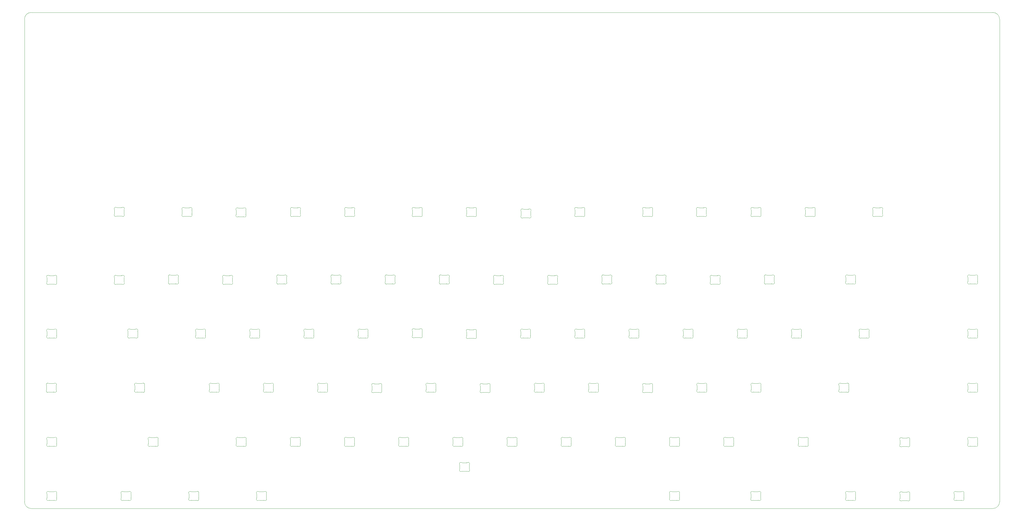
<source format=gbr>
G04 #@! TF.GenerationSoftware,KiCad,Pcbnew,(5.1.4)-1*
G04 #@! TF.CreationDate,2020-12-14T01:18:05+01:00*
G04 #@! TF.ProjectId,CZTKeyRev1,435a544b-6579-4526-9576-312e6b696361,rev?*
G04 #@! TF.SameCoordinates,Original*
G04 #@! TF.FileFunction,Profile,NP*
%FSLAX46Y46*%
G04 Gerber Fmt 4.6, Leading zero omitted, Abs format (unit mm)*
G04 Created by KiCad (PCBNEW (5.1.4)-1) date 2020-12-14 01:18:05*
%MOMM*%
%LPD*%
G04 APERTURE LIST*
%ADD10C,0.050000*%
%ADD11C,0.100000*%
G04 APERTURE END LIST*
D10*
X354806250Y-15081250D02*
G75*
G02X357187500Y-17462500I0J-2381250D01*
G01*
X16668750Y-15081250D02*
X354806250Y-15081250D01*
X14287500Y-17462500D02*
G75*
G02X16668750Y-15081250I2381250J0D01*
G01*
X357187500Y-187325000D02*
X357187500Y-17462500D01*
X357187500Y-187325000D02*
G75*
G02X354806250Y-189706250I-2381250J0D01*
G01*
X16668750Y-189706250D02*
X354806250Y-189706250D01*
X16668750Y-189706250D02*
G75*
G02X14287500Y-187325000I0J2381250D01*
G01*
X14287500Y-17462500D02*
X14287500Y-187325000D01*
D11*
X167990290Y-176638299D02*
G75*
G02X168242548Y-176570000I252258J-431701D01*
G01*
X169831452Y-176570000D02*
X168242548Y-176570000D01*
X169831452Y-176570000D02*
G75*
G02X170083711Y-176638299I0J-500000D01*
G01*
X170786484Y-175989719D02*
G75*
G02X170083711Y-176638299I-450515J-216879D01*
G01*
X170786484Y-175989720D02*
G75*
G02X170736999Y-175772842I450515J216878D01*
G01*
X170736999Y-174367158D02*
X170736999Y-175772842D01*
X170736999Y-174367157D02*
G75*
G02X170786484Y-174150280I500000J-1D01*
G01*
X170083711Y-173501703D02*
G75*
G02X170786484Y-174150280I252258J-431700D01*
G01*
X170083711Y-173501702D02*
G75*
G02X169831453Y-173570001I-252258J431701D01*
G01*
X168242548Y-173570001D02*
X169831453Y-173570001D01*
X168242547Y-173570000D02*
G75*
G02X167990289Y-173501701I1J499999D01*
G01*
X167287516Y-174150280D02*
G75*
G02X167990289Y-173501701I450515J216878D01*
G01*
X167287516Y-174150280D02*
G75*
G02X167337001Y-174367158I-450515J-216878D01*
G01*
X167337001Y-175772842D02*
X167337001Y-174367158D01*
X167337001Y-175772843D02*
G75*
G02X167287516Y-175989720I-500000J1D01*
G01*
X167990289Y-176638297D02*
G75*
G02X167287516Y-175989720I-252258J431700D01*
G01*
X172496710Y-83775701D02*
G75*
G02X172244452Y-83844000I-252258J431701D01*
G01*
X170655548Y-83844000D02*
X172244452Y-83844000D01*
X170655548Y-83844000D02*
G75*
G02X170403289Y-83775701I0J500000D01*
G01*
X169700516Y-84424281D02*
G75*
G02X170403289Y-83775701I450515J216879D01*
G01*
X169700516Y-84424280D02*
G75*
G02X169750001Y-84641158I-450515J-216878D01*
G01*
X169750001Y-86046842D02*
X169750001Y-84641158D01*
X169750001Y-86046843D02*
G75*
G02X169700516Y-86263720I-500000J1D01*
G01*
X170403289Y-86912297D02*
G75*
G02X169700516Y-86263720I-252258J431700D01*
G01*
X170403289Y-86912298D02*
G75*
G02X170655547Y-86843999I252258J-431701D01*
G01*
X172244452Y-86843999D02*
X170655547Y-86843999D01*
X172244453Y-86844000D02*
G75*
G02X172496711Y-86912299I-1J-499999D01*
G01*
X173199484Y-86263720D02*
G75*
G02X172496711Y-86912299I-450515J-216878D01*
G01*
X173199484Y-86263720D02*
G75*
G02X173149999Y-86046842I450515J216878D01*
G01*
X173149999Y-84641158D02*
X173149999Y-86046842D01*
X173149999Y-84641157D02*
G75*
G02X173199484Y-84424280I500000J-1D01*
G01*
X172496711Y-83775703D02*
G75*
G02X173199484Y-84424280I252258J-431700D01*
G01*
X341853290Y-186861299D02*
G75*
G02X342105548Y-186793000I252258J-431701D01*
G01*
X343694452Y-186793000D02*
X342105548Y-186793000D01*
X343694452Y-186793000D02*
G75*
G02X343946711Y-186861299I0J-500000D01*
G01*
X344649484Y-186212719D02*
G75*
G02X343946711Y-186861299I-450515J-216879D01*
G01*
X344649484Y-186212720D02*
G75*
G02X344599999Y-185995842I450515J216878D01*
G01*
X344599999Y-184590158D02*
X344599999Y-185995842D01*
X344599999Y-184590157D02*
G75*
G02X344649484Y-184373280I500000J-1D01*
G01*
X343946711Y-183724703D02*
G75*
G02X344649484Y-184373280I252258J-431700D01*
G01*
X343946711Y-183724702D02*
G75*
G02X343694453Y-183793001I-252258J431701D01*
G01*
X342105548Y-183793001D02*
X343694453Y-183793001D01*
X342105547Y-183793000D02*
G75*
G02X341853289Y-183724701I1J499999D01*
G01*
X341150516Y-184373280D02*
G75*
G02X341853289Y-183724701I450515J216878D01*
G01*
X341150516Y-184373280D02*
G75*
G02X341200001Y-184590158I-450515J-216878D01*
G01*
X341200001Y-185995842D02*
X341200001Y-184590158D01*
X341200001Y-185995843D02*
G75*
G02X341150516Y-186212720I-500000J1D01*
G01*
X341853289Y-186861297D02*
G75*
G02X341150516Y-186212720I-252258J431700D01*
G01*
X322803290Y-186988299D02*
G75*
G02X323055548Y-186920000I252258J-431701D01*
G01*
X324644452Y-186920000D02*
X323055548Y-186920000D01*
X324644452Y-186920000D02*
G75*
G02X324896711Y-186988299I0J-500000D01*
G01*
X325599484Y-186339719D02*
G75*
G02X324896711Y-186988299I-450515J-216879D01*
G01*
X325599484Y-186339720D02*
G75*
G02X325549999Y-186122842I450515J216878D01*
G01*
X325549999Y-184717158D02*
X325549999Y-186122842D01*
X325549999Y-184717157D02*
G75*
G02X325599484Y-184500280I500000J-1D01*
G01*
X324896711Y-183851703D02*
G75*
G02X325599484Y-184500280I252258J-431700D01*
G01*
X324896711Y-183851702D02*
G75*
G02X324644453Y-183920001I-252258J431701D01*
G01*
X323055548Y-183920001D02*
X324644453Y-183920001D01*
X323055547Y-183920000D02*
G75*
G02X322803289Y-183851701I1J499999D01*
G01*
X322100516Y-184500280D02*
G75*
G02X322803289Y-183851701I450515J216878D01*
G01*
X322100516Y-184500280D02*
G75*
G02X322150001Y-184717158I-450515J-216878D01*
G01*
X322150001Y-186122842D02*
X322150001Y-184717158D01*
X322150001Y-186122843D02*
G75*
G02X322100516Y-186339720I-500000J1D01*
G01*
X322803289Y-186988297D02*
G75*
G02X322100516Y-186339720I-252258J431700D01*
G01*
X303753290Y-186861299D02*
G75*
G02X304005548Y-186793000I252258J-431701D01*
G01*
X305594452Y-186793000D02*
X304005548Y-186793000D01*
X305594452Y-186793000D02*
G75*
G02X305846711Y-186861299I0J-500000D01*
G01*
X306549484Y-186212719D02*
G75*
G02X305846711Y-186861299I-450515J-216879D01*
G01*
X306549484Y-186212720D02*
G75*
G02X306499999Y-185995842I450515J216878D01*
G01*
X306499999Y-184590158D02*
X306499999Y-185995842D01*
X306499999Y-184590157D02*
G75*
G02X306549484Y-184373280I500000J-1D01*
G01*
X305846711Y-183724703D02*
G75*
G02X306549484Y-184373280I252258J-431700D01*
G01*
X305846711Y-183724702D02*
G75*
G02X305594453Y-183793001I-252258J431701D01*
G01*
X304005548Y-183793001D02*
X305594453Y-183793001D01*
X304005547Y-183793000D02*
G75*
G02X303753289Y-183724701I1J499999D01*
G01*
X303050516Y-184373280D02*
G75*
G02X303753289Y-183724701I450515J216878D01*
G01*
X303050516Y-184373280D02*
G75*
G02X303100001Y-184590158I-450515J-216878D01*
G01*
X303100001Y-185995842D02*
X303100001Y-184590158D01*
X303100001Y-185995843D02*
G75*
G02X303050516Y-186212720I-500000J1D01*
G01*
X303753289Y-186861297D02*
G75*
G02X303050516Y-186212720I-252258J431700D01*
G01*
X22829290Y-186861299D02*
G75*
G02X23081548Y-186793000I252258J-431701D01*
G01*
X24670452Y-186793000D02*
X23081548Y-186793000D01*
X24670452Y-186793000D02*
G75*
G02X24922711Y-186861299I0J-500000D01*
G01*
X25625484Y-186212719D02*
G75*
G02X24922711Y-186861299I-450515J-216879D01*
G01*
X25625484Y-186212720D02*
G75*
G02X25575999Y-185995842I450515J216878D01*
G01*
X25575999Y-184590158D02*
X25575999Y-185995842D01*
X25575999Y-184590157D02*
G75*
G02X25625484Y-184373280I500000J-1D01*
G01*
X24922711Y-183724703D02*
G75*
G02X25625484Y-184373280I252258J-431700D01*
G01*
X24922711Y-183724702D02*
G75*
G02X24670453Y-183793001I-252258J431701D01*
G01*
X23081548Y-183793001D02*
X24670453Y-183793001D01*
X23081547Y-183793000D02*
G75*
G02X22829289Y-183724701I1J499999D01*
G01*
X22126516Y-184373280D02*
G75*
G02X22829289Y-183724701I450515J216878D01*
G01*
X22126516Y-184373280D02*
G75*
G02X22176001Y-184590158I-450515J-216878D01*
G01*
X22176001Y-185995842D02*
X22176001Y-184590158D01*
X22176001Y-185995843D02*
G75*
G02X22126516Y-186212720I-500000J1D01*
G01*
X22829289Y-186861297D02*
G75*
G02X22126516Y-186212720I-252258J431700D01*
G01*
X348772710Y-164674701D02*
G75*
G02X348520452Y-164743000I-252258J431701D01*
G01*
X346931548Y-164743000D02*
X348520452Y-164743000D01*
X346931548Y-164743000D02*
G75*
G02X346679289Y-164674701I0J500000D01*
G01*
X345976516Y-165323281D02*
G75*
G02X346679289Y-164674701I450515J216879D01*
G01*
X345976516Y-165323280D02*
G75*
G02X346026001Y-165540158I-450515J-216878D01*
G01*
X346026001Y-166945842D02*
X346026001Y-165540158D01*
X346026001Y-166945843D02*
G75*
G02X345976516Y-167162720I-500000J1D01*
G01*
X346679289Y-167811297D02*
G75*
G02X345976516Y-167162720I-252258J431700D01*
G01*
X346679289Y-167811298D02*
G75*
G02X346931547Y-167742999I252258J-431701D01*
G01*
X348520452Y-167742999D02*
X346931547Y-167742999D01*
X348520453Y-167743000D02*
G75*
G02X348772711Y-167811299I-1J-499999D01*
G01*
X349475484Y-167162720D02*
G75*
G02X348772711Y-167811299I-450515J-216878D01*
G01*
X349475484Y-167162720D02*
G75*
G02X349425999Y-166945842I450515J216878D01*
G01*
X349425999Y-165540158D02*
X349425999Y-166945842D01*
X349425999Y-165540157D02*
G75*
G02X349475484Y-165323280I500000J-1D01*
G01*
X348772711Y-164674703D02*
G75*
G02X349475484Y-165323280I252258J-431700D01*
G01*
X324896710Y-164801701D02*
G75*
G02X324644452Y-164870000I-252258J431701D01*
G01*
X323055548Y-164870000D02*
X324644452Y-164870000D01*
X323055548Y-164870000D02*
G75*
G02X322803289Y-164801701I0J500000D01*
G01*
X322100516Y-165450281D02*
G75*
G02X322803289Y-164801701I450515J216879D01*
G01*
X322100516Y-165450280D02*
G75*
G02X322150001Y-165667158I-450515J-216878D01*
G01*
X322150001Y-167072842D02*
X322150001Y-165667158D01*
X322150001Y-167072843D02*
G75*
G02X322100516Y-167289720I-500000J1D01*
G01*
X322803289Y-167938297D02*
G75*
G02X322100516Y-167289720I-252258J431700D01*
G01*
X322803289Y-167938298D02*
G75*
G02X323055547Y-167869999I252258J-431701D01*
G01*
X324644452Y-167869999D02*
X323055547Y-167869999D01*
X324644453Y-167870000D02*
G75*
G02X324896711Y-167938299I-1J-499999D01*
G01*
X325599484Y-167289720D02*
G75*
G02X324896711Y-167938299I-450515J-216878D01*
G01*
X325599484Y-167289720D02*
G75*
G02X325549999Y-167072842I450515J216878D01*
G01*
X325549999Y-165667158D02*
X325549999Y-167072842D01*
X325549999Y-165667157D02*
G75*
G02X325599484Y-165450280I500000J-1D01*
G01*
X324896711Y-164801703D02*
G75*
G02X325599484Y-165450280I252258J-431700D01*
G01*
X24922710Y-164674701D02*
G75*
G02X24670452Y-164743000I-252258J431701D01*
G01*
X23081548Y-164743000D02*
X24670452Y-164743000D01*
X23081548Y-164743000D02*
G75*
G02X22829289Y-164674701I0J500000D01*
G01*
X22126516Y-165323281D02*
G75*
G02X22829289Y-164674701I450515J216879D01*
G01*
X22126516Y-165323280D02*
G75*
G02X22176001Y-165540158I-450515J-216878D01*
G01*
X22176001Y-166945842D02*
X22176001Y-165540158D01*
X22176001Y-166945843D02*
G75*
G02X22126516Y-167162720I-500000J1D01*
G01*
X22829289Y-167811297D02*
G75*
G02X22126516Y-167162720I-252258J431700D01*
G01*
X22829289Y-167811298D02*
G75*
G02X23081547Y-167742999I252258J-431701D01*
G01*
X24670452Y-167742999D02*
X23081547Y-167742999D01*
X24670453Y-167743000D02*
G75*
G02X24922711Y-167811299I-1J-499999D01*
G01*
X25625484Y-167162720D02*
G75*
G02X24922711Y-167811299I-450515J-216878D01*
G01*
X25625484Y-167162720D02*
G75*
G02X25575999Y-166945842I450515J216878D01*
G01*
X25575999Y-165540158D02*
X25575999Y-166945842D01*
X25575999Y-165540157D02*
G75*
G02X25625484Y-165323280I500000J-1D01*
G01*
X24922711Y-164674703D02*
G75*
G02X25625484Y-165323280I252258J-431700D01*
G01*
X346679290Y-148761299D02*
G75*
G02X346931548Y-148693000I252258J-431701D01*
G01*
X348520452Y-148693000D02*
X346931548Y-148693000D01*
X348520452Y-148693000D02*
G75*
G02X348772711Y-148761299I0J-500000D01*
G01*
X349475484Y-148112719D02*
G75*
G02X348772711Y-148761299I-450515J-216879D01*
G01*
X349475484Y-148112720D02*
G75*
G02X349425999Y-147895842I450515J216878D01*
G01*
X349425999Y-146490158D02*
X349425999Y-147895842D01*
X349425999Y-146490157D02*
G75*
G02X349475484Y-146273280I500000J-1D01*
G01*
X348772711Y-145624703D02*
G75*
G02X349475484Y-146273280I252258J-431700D01*
G01*
X348772711Y-145624702D02*
G75*
G02X348520453Y-145693001I-252258J431701D01*
G01*
X346931548Y-145693001D02*
X348520453Y-145693001D01*
X346931547Y-145693000D02*
G75*
G02X346679289Y-145624701I1J499999D01*
G01*
X345976516Y-146273280D02*
G75*
G02X346679289Y-145624701I450515J216878D01*
G01*
X345976516Y-146273280D02*
G75*
G02X346026001Y-146490158I-450515J-216878D01*
G01*
X346026001Y-147895842D02*
X346026001Y-146490158D01*
X346026001Y-147895843D02*
G75*
G02X345976516Y-148112720I-500000J1D01*
G01*
X346679289Y-148761297D02*
G75*
G02X345976516Y-148112720I-252258J431700D01*
G01*
X270479290Y-148761299D02*
G75*
G02X270731548Y-148693000I252258J-431701D01*
G01*
X272320452Y-148693000D02*
X270731548Y-148693000D01*
X272320452Y-148693000D02*
G75*
G02X272572711Y-148761299I0J-500000D01*
G01*
X273275484Y-148112719D02*
G75*
G02X272572711Y-148761299I-450515J-216879D01*
G01*
X273275484Y-148112720D02*
G75*
G02X273225999Y-147895842I450515J216878D01*
G01*
X273225999Y-146490158D02*
X273225999Y-147895842D01*
X273225999Y-146490157D02*
G75*
G02X273275484Y-146273280I500000J-1D01*
G01*
X272572711Y-145624703D02*
G75*
G02X273275484Y-146273280I252258J-431700D01*
G01*
X272572711Y-145624702D02*
G75*
G02X272320453Y-145693001I-252258J431701D01*
G01*
X270731548Y-145693001D02*
X272320453Y-145693001D01*
X270731547Y-145693000D02*
G75*
G02X270479289Y-145624701I1J499999D01*
G01*
X269776516Y-146273280D02*
G75*
G02X270479289Y-145624701I450515J216878D01*
G01*
X269776516Y-146273280D02*
G75*
G02X269826001Y-146490158I-450515J-216878D01*
G01*
X269826001Y-147895842D02*
X269826001Y-146490158D01*
X269826001Y-147895843D02*
G75*
G02X269776516Y-148112720I-500000J1D01*
G01*
X270479289Y-148761297D02*
G75*
G02X269776516Y-148112720I-252258J431700D01*
G01*
X251429290Y-148761299D02*
G75*
G02X251681548Y-148693000I252258J-431701D01*
G01*
X253270452Y-148693000D02*
X251681548Y-148693000D01*
X253270452Y-148693000D02*
G75*
G02X253522711Y-148761299I0J-500000D01*
G01*
X254225484Y-148112719D02*
G75*
G02X253522711Y-148761299I-450515J-216879D01*
G01*
X254225484Y-148112720D02*
G75*
G02X254175999Y-147895842I450515J216878D01*
G01*
X254175999Y-146490158D02*
X254175999Y-147895842D01*
X254175999Y-146490157D02*
G75*
G02X254225484Y-146273280I500000J-1D01*
G01*
X253522711Y-145624703D02*
G75*
G02X254225484Y-146273280I252258J-431700D01*
G01*
X253522711Y-145624702D02*
G75*
G02X253270453Y-145693001I-252258J431701D01*
G01*
X251681548Y-145693001D02*
X253270453Y-145693001D01*
X251681547Y-145693000D02*
G75*
G02X251429289Y-145624701I1J499999D01*
G01*
X250726516Y-146273280D02*
G75*
G02X251429289Y-145624701I450515J216878D01*
G01*
X250726516Y-146273280D02*
G75*
G02X250776001Y-146490158I-450515J-216878D01*
G01*
X250776001Y-147895842D02*
X250776001Y-146490158D01*
X250776001Y-147895843D02*
G75*
G02X250726516Y-148112720I-500000J1D01*
G01*
X251429289Y-148761297D02*
G75*
G02X250726516Y-148112720I-252258J431700D01*
G01*
X232379290Y-148888299D02*
G75*
G02X232631548Y-148820000I252258J-431701D01*
G01*
X234220452Y-148820000D02*
X232631548Y-148820000D01*
X234220452Y-148820000D02*
G75*
G02X234472711Y-148888299I0J-500000D01*
G01*
X235175484Y-148239719D02*
G75*
G02X234472711Y-148888299I-450515J-216879D01*
G01*
X235175484Y-148239720D02*
G75*
G02X235125999Y-148022842I450515J216878D01*
G01*
X235125999Y-146617158D02*
X235125999Y-148022842D01*
X235125999Y-146617157D02*
G75*
G02X235175484Y-146400280I500000J-1D01*
G01*
X234472711Y-145751703D02*
G75*
G02X235175484Y-146400280I252258J-431700D01*
G01*
X234472711Y-145751702D02*
G75*
G02X234220453Y-145820001I-252258J431701D01*
G01*
X232631548Y-145820001D02*
X234220453Y-145820001D01*
X232631547Y-145820000D02*
G75*
G02X232379289Y-145751701I1J499999D01*
G01*
X231676516Y-146400280D02*
G75*
G02X232379289Y-145751701I450515J216878D01*
G01*
X231676516Y-146400280D02*
G75*
G02X231726001Y-146617158I-450515J-216878D01*
G01*
X231726001Y-148022842D02*
X231726001Y-146617158D01*
X231726001Y-148022843D02*
G75*
G02X231676516Y-148239720I-500000J1D01*
G01*
X232379289Y-148888297D02*
G75*
G02X231676516Y-148239720I-252258J431700D01*
G01*
X213329290Y-148761299D02*
G75*
G02X213581548Y-148693000I252258J-431701D01*
G01*
X215170452Y-148693000D02*
X213581548Y-148693000D01*
X215170452Y-148693000D02*
G75*
G02X215422711Y-148761299I0J-500000D01*
G01*
X216125484Y-148112719D02*
G75*
G02X215422711Y-148761299I-450515J-216879D01*
G01*
X216125484Y-148112720D02*
G75*
G02X216075999Y-147895842I450515J216878D01*
G01*
X216075999Y-146490158D02*
X216075999Y-147895842D01*
X216075999Y-146490157D02*
G75*
G02X216125484Y-146273280I500000J-1D01*
G01*
X215422711Y-145624703D02*
G75*
G02X216125484Y-146273280I252258J-431700D01*
G01*
X215422711Y-145624702D02*
G75*
G02X215170453Y-145693001I-252258J431701D01*
G01*
X213581548Y-145693001D02*
X215170453Y-145693001D01*
X213581547Y-145693000D02*
G75*
G02X213329289Y-145624701I1J499999D01*
G01*
X212626516Y-146273280D02*
G75*
G02X213329289Y-145624701I450515J216878D01*
G01*
X212626516Y-146273280D02*
G75*
G02X212676001Y-146490158I-450515J-216878D01*
G01*
X212676001Y-147895842D02*
X212676001Y-146490158D01*
X212676001Y-147895843D02*
G75*
G02X212626516Y-148112720I-500000J1D01*
G01*
X213329289Y-148761297D02*
G75*
G02X212626516Y-148112720I-252258J431700D01*
G01*
X194279290Y-148761299D02*
G75*
G02X194531548Y-148693000I252258J-431701D01*
G01*
X196120452Y-148693000D02*
X194531548Y-148693000D01*
X196120452Y-148693000D02*
G75*
G02X196372711Y-148761299I0J-500000D01*
G01*
X197075484Y-148112719D02*
G75*
G02X196372711Y-148761299I-450515J-216879D01*
G01*
X197075484Y-148112720D02*
G75*
G02X197025999Y-147895842I450515J216878D01*
G01*
X197025999Y-146490158D02*
X197025999Y-147895842D01*
X197025999Y-146490157D02*
G75*
G02X197075484Y-146273280I500000J-1D01*
G01*
X196372711Y-145624703D02*
G75*
G02X197075484Y-146273280I252258J-431700D01*
G01*
X196372711Y-145624702D02*
G75*
G02X196120453Y-145693001I-252258J431701D01*
G01*
X194531548Y-145693001D02*
X196120453Y-145693001D01*
X194531547Y-145693000D02*
G75*
G02X194279289Y-145624701I1J499999D01*
G01*
X193576516Y-146273280D02*
G75*
G02X194279289Y-145624701I450515J216878D01*
G01*
X193576516Y-146273280D02*
G75*
G02X193626001Y-146490158I-450515J-216878D01*
G01*
X193626001Y-147895842D02*
X193626001Y-146490158D01*
X193626001Y-147895843D02*
G75*
G02X193576516Y-148112720I-500000J1D01*
G01*
X194279289Y-148761297D02*
G75*
G02X193576516Y-148112720I-252258J431700D01*
G01*
X175229290Y-148888299D02*
G75*
G02X175481548Y-148820000I252258J-431701D01*
G01*
X177070452Y-148820000D02*
X175481548Y-148820000D01*
X177070452Y-148820000D02*
G75*
G02X177322711Y-148888299I0J-500000D01*
G01*
X178025484Y-148239719D02*
G75*
G02X177322711Y-148888299I-450515J-216879D01*
G01*
X178025484Y-148239720D02*
G75*
G02X177975999Y-148022842I450515J216878D01*
G01*
X177975999Y-146617158D02*
X177975999Y-148022842D01*
X177975999Y-146617157D02*
G75*
G02X178025484Y-146400280I500000J-1D01*
G01*
X177322711Y-145751703D02*
G75*
G02X178025484Y-146400280I252258J-431700D01*
G01*
X177322711Y-145751702D02*
G75*
G02X177070453Y-145820001I-252258J431701D01*
G01*
X175481548Y-145820001D02*
X177070453Y-145820001D01*
X175481547Y-145820000D02*
G75*
G02X175229289Y-145751701I1J499999D01*
G01*
X174526516Y-146400280D02*
G75*
G02X175229289Y-145751701I450515J216878D01*
G01*
X174526516Y-146400280D02*
G75*
G02X174576001Y-146617158I-450515J-216878D01*
G01*
X174576001Y-148022842D02*
X174576001Y-146617158D01*
X174576001Y-148022843D02*
G75*
G02X174526516Y-148239720I-500000J1D01*
G01*
X175229289Y-148888297D02*
G75*
G02X174526516Y-148239720I-252258J431700D01*
G01*
X156179290Y-148761299D02*
G75*
G02X156431548Y-148693000I252258J-431701D01*
G01*
X158020452Y-148693000D02*
X156431548Y-148693000D01*
X158020452Y-148693000D02*
G75*
G02X158272711Y-148761299I0J-500000D01*
G01*
X158975484Y-148112719D02*
G75*
G02X158272711Y-148761299I-450515J-216879D01*
G01*
X158975484Y-148112720D02*
G75*
G02X158925999Y-147895842I450515J216878D01*
G01*
X158925999Y-146490158D02*
X158925999Y-147895842D01*
X158925999Y-146490157D02*
G75*
G02X158975484Y-146273280I500000J-1D01*
G01*
X158272711Y-145624703D02*
G75*
G02X158975484Y-146273280I252258J-431700D01*
G01*
X158272711Y-145624702D02*
G75*
G02X158020453Y-145693001I-252258J431701D01*
G01*
X156431548Y-145693001D02*
X158020453Y-145693001D01*
X156431547Y-145693000D02*
G75*
G02X156179289Y-145624701I1J499999D01*
G01*
X155476516Y-146273280D02*
G75*
G02X156179289Y-145624701I450515J216878D01*
G01*
X155476516Y-146273280D02*
G75*
G02X155526001Y-146490158I-450515J-216878D01*
G01*
X155526001Y-147895842D02*
X155526001Y-146490158D01*
X155526001Y-147895843D02*
G75*
G02X155476516Y-148112720I-500000J1D01*
G01*
X156179289Y-148761297D02*
G75*
G02X155476516Y-148112720I-252258J431700D01*
G01*
X137129290Y-148888299D02*
G75*
G02X137381548Y-148820000I252258J-431701D01*
G01*
X138970452Y-148820000D02*
X137381548Y-148820000D01*
X138970452Y-148820000D02*
G75*
G02X139222711Y-148888299I0J-500000D01*
G01*
X139925484Y-148239719D02*
G75*
G02X139222711Y-148888299I-450515J-216879D01*
G01*
X139925484Y-148239720D02*
G75*
G02X139875999Y-148022842I450515J216878D01*
G01*
X139875999Y-146617158D02*
X139875999Y-148022842D01*
X139875999Y-146617157D02*
G75*
G02X139925484Y-146400280I500000J-1D01*
G01*
X139222711Y-145751703D02*
G75*
G02X139925484Y-146400280I252258J-431700D01*
G01*
X139222711Y-145751702D02*
G75*
G02X138970453Y-145820001I-252258J431701D01*
G01*
X137381548Y-145820001D02*
X138970453Y-145820001D01*
X137381547Y-145820000D02*
G75*
G02X137129289Y-145751701I1J499999D01*
G01*
X136426516Y-146400280D02*
G75*
G02X137129289Y-145751701I450515J216878D01*
G01*
X136426516Y-146400280D02*
G75*
G02X136476001Y-146617158I-450515J-216878D01*
G01*
X136476001Y-148022842D02*
X136476001Y-146617158D01*
X136476001Y-148022843D02*
G75*
G02X136426516Y-148239720I-500000J1D01*
G01*
X137129289Y-148888297D02*
G75*
G02X136426516Y-148239720I-252258J431700D01*
G01*
X118079290Y-148761299D02*
G75*
G02X118331548Y-148693000I252258J-431701D01*
G01*
X119920452Y-148693000D02*
X118331548Y-148693000D01*
X119920452Y-148693000D02*
G75*
G02X120172711Y-148761299I0J-500000D01*
G01*
X120875484Y-148112719D02*
G75*
G02X120172711Y-148761299I-450515J-216879D01*
G01*
X120875484Y-148112720D02*
G75*
G02X120825999Y-147895842I450515J216878D01*
G01*
X120825999Y-146490158D02*
X120825999Y-147895842D01*
X120825999Y-146490157D02*
G75*
G02X120875484Y-146273280I500000J-1D01*
G01*
X120172711Y-145624703D02*
G75*
G02X120875484Y-146273280I252258J-431700D01*
G01*
X120172711Y-145624702D02*
G75*
G02X119920453Y-145693001I-252258J431701D01*
G01*
X118331548Y-145693001D02*
X119920453Y-145693001D01*
X118331547Y-145693000D02*
G75*
G02X118079289Y-145624701I1J499999D01*
G01*
X117376516Y-146273280D02*
G75*
G02X118079289Y-145624701I450515J216878D01*
G01*
X117376516Y-146273280D02*
G75*
G02X117426001Y-146490158I-450515J-216878D01*
G01*
X117426001Y-147895842D02*
X117426001Y-146490158D01*
X117426001Y-147895843D02*
G75*
G02X117376516Y-148112720I-500000J1D01*
G01*
X118079289Y-148761297D02*
G75*
G02X117376516Y-148112720I-252258J431700D01*
G01*
X99029290Y-148761299D02*
G75*
G02X99281548Y-148693000I252258J-431701D01*
G01*
X100870452Y-148693000D02*
X99281548Y-148693000D01*
X100870452Y-148693000D02*
G75*
G02X101122711Y-148761299I0J-500000D01*
G01*
X101825484Y-148112719D02*
G75*
G02X101122711Y-148761299I-450515J-216879D01*
G01*
X101825484Y-148112720D02*
G75*
G02X101775999Y-147895842I450515J216878D01*
G01*
X101775999Y-146490158D02*
X101775999Y-147895842D01*
X101775999Y-146490157D02*
G75*
G02X101825484Y-146273280I500000J-1D01*
G01*
X101122711Y-145624703D02*
G75*
G02X101825484Y-146273280I252258J-431700D01*
G01*
X101122711Y-145624702D02*
G75*
G02X100870453Y-145693001I-252258J431701D01*
G01*
X99281548Y-145693001D02*
X100870453Y-145693001D01*
X99281547Y-145693000D02*
G75*
G02X99029289Y-145624701I1J499999D01*
G01*
X98326516Y-146273280D02*
G75*
G02X99029289Y-145624701I450515J216878D01*
G01*
X98326516Y-146273280D02*
G75*
G02X98376001Y-146490158I-450515J-216878D01*
G01*
X98376001Y-147895842D02*
X98376001Y-146490158D01*
X98376001Y-147895843D02*
G75*
G02X98326516Y-148112720I-500000J1D01*
G01*
X99029289Y-148761297D02*
G75*
G02X98326516Y-148112720I-252258J431700D01*
G01*
X79979290Y-148761299D02*
G75*
G02X80231548Y-148693000I252258J-431701D01*
G01*
X81820452Y-148693000D02*
X80231548Y-148693000D01*
X81820452Y-148693000D02*
G75*
G02X82072711Y-148761299I0J-500000D01*
G01*
X82775484Y-148112719D02*
G75*
G02X82072711Y-148761299I-450515J-216879D01*
G01*
X82775484Y-148112720D02*
G75*
G02X82725999Y-147895842I450515J216878D01*
G01*
X82725999Y-146490158D02*
X82725999Y-147895842D01*
X82725999Y-146490157D02*
G75*
G02X82775484Y-146273280I500000J-1D01*
G01*
X82072711Y-145624703D02*
G75*
G02X82775484Y-146273280I252258J-431700D01*
G01*
X82072711Y-145624702D02*
G75*
G02X81820453Y-145693001I-252258J431701D01*
G01*
X80231548Y-145693001D02*
X81820453Y-145693001D01*
X80231547Y-145693000D02*
G75*
G02X79979289Y-145624701I1J499999D01*
G01*
X79276516Y-146273280D02*
G75*
G02X79979289Y-145624701I450515J216878D01*
G01*
X79276516Y-146273280D02*
G75*
G02X79326001Y-146490158I-450515J-216878D01*
G01*
X79326001Y-147895842D02*
X79326001Y-146490158D01*
X79326001Y-147895843D02*
G75*
G02X79276516Y-148112720I-500000J1D01*
G01*
X79979289Y-148761297D02*
G75*
G02X79276516Y-148112720I-252258J431700D01*
G01*
X22702290Y-148761299D02*
G75*
G02X22954548Y-148693000I252258J-431701D01*
G01*
X24543452Y-148693000D02*
X22954548Y-148693000D01*
X24543452Y-148693000D02*
G75*
G02X24795711Y-148761299I0J-500000D01*
G01*
X25498484Y-148112719D02*
G75*
G02X24795711Y-148761299I-450515J-216879D01*
G01*
X25498484Y-148112720D02*
G75*
G02X25448999Y-147895842I450515J216878D01*
G01*
X25448999Y-146490158D02*
X25448999Y-147895842D01*
X25448999Y-146490157D02*
G75*
G02X25498484Y-146273280I500000J-1D01*
G01*
X24795711Y-145624703D02*
G75*
G02X25498484Y-146273280I252258J-431700D01*
G01*
X24795711Y-145624702D02*
G75*
G02X24543453Y-145693001I-252258J431701D01*
G01*
X22954548Y-145693001D02*
X24543453Y-145693001D01*
X22954547Y-145693000D02*
G75*
G02X22702289Y-145624701I1J499999D01*
G01*
X21999516Y-146273280D02*
G75*
G02X22702289Y-145624701I450515J216878D01*
G01*
X21999516Y-146273280D02*
G75*
G02X22049001Y-146490158I-450515J-216878D01*
G01*
X22049001Y-147895842D02*
X22049001Y-146490158D01*
X22049001Y-147895843D02*
G75*
G02X21999516Y-148112720I-500000J1D01*
G01*
X22702289Y-148761297D02*
G75*
G02X21999516Y-148112720I-252258J431700D01*
G01*
X348772710Y-126574701D02*
G75*
G02X348520452Y-126643000I-252258J431701D01*
G01*
X346931548Y-126643000D02*
X348520452Y-126643000D01*
X346931548Y-126643000D02*
G75*
G02X346679289Y-126574701I0J500000D01*
G01*
X345976516Y-127223281D02*
G75*
G02X346679289Y-126574701I450515J216879D01*
G01*
X345976516Y-127223280D02*
G75*
G02X346026001Y-127440158I-450515J-216878D01*
G01*
X346026001Y-128845842D02*
X346026001Y-127440158D01*
X346026001Y-128845843D02*
G75*
G02X345976516Y-129062720I-500000J1D01*
G01*
X346679289Y-129711297D02*
G75*
G02X345976516Y-129062720I-252258J431700D01*
G01*
X346679289Y-129711298D02*
G75*
G02X346931547Y-129642999I252258J-431701D01*
G01*
X348520452Y-129642999D02*
X346931547Y-129642999D01*
X348520453Y-129643000D02*
G75*
G02X348772711Y-129711299I-1J-499999D01*
G01*
X349475484Y-129062720D02*
G75*
G02X348772711Y-129711299I-450515J-216878D01*
G01*
X349475484Y-129062720D02*
G75*
G02X349425999Y-128845842I450515J216878D01*
G01*
X349425999Y-127440158D02*
X349425999Y-128845842D01*
X349425999Y-127440157D02*
G75*
G02X349475484Y-127223280I500000J-1D01*
G01*
X348772711Y-126574703D02*
G75*
G02X349475484Y-127223280I252258J-431700D01*
G01*
X286796710Y-126574701D02*
G75*
G02X286544452Y-126643000I-252258J431701D01*
G01*
X284955548Y-126643000D02*
X286544452Y-126643000D01*
X284955548Y-126643000D02*
G75*
G02X284703289Y-126574701I0J500000D01*
G01*
X284000516Y-127223281D02*
G75*
G02X284703289Y-126574701I450515J216879D01*
G01*
X284000516Y-127223280D02*
G75*
G02X284050001Y-127440158I-450515J-216878D01*
G01*
X284050001Y-128845842D02*
X284050001Y-127440158D01*
X284050001Y-128845843D02*
G75*
G02X284000516Y-129062720I-500000J1D01*
G01*
X284703289Y-129711297D02*
G75*
G02X284000516Y-129062720I-252258J431700D01*
G01*
X284703289Y-129711298D02*
G75*
G02X284955547Y-129642999I252258J-431701D01*
G01*
X286544452Y-129642999D02*
X284955547Y-129642999D01*
X286544453Y-129643000D02*
G75*
G02X286796711Y-129711299I-1J-499999D01*
G01*
X287499484Y-129062720D02*
G75*
G02X286796711Y-129711299I-450515J-216878D01*
G01*
X287499484Y-129062720D02*
G75*
G02X287449999Y-128845842I450515J216878D01*
G01*
X287449999Y-127440158D02*
X287449999Y-128845842D01*
X287449999Y-127440157D02*
G75*
G02X287499484Y-127223280I500000J-1D01*
G01*
X286796711Y-126574703D02*
G75*
G02X287499484Y-127223280I252258J-431700D01*
G01*
X267746710Y-126574701D02*
G75*
G02X267494452Y-126643000I-252258J431701D01*
G01*
X265905548Y-126643000D02*
X267494452Y-126643000D01*
X265905548Y-126643000D02*
G75*
G02X265653289Y-126574701I0J500000D01*
G01*
X264950516Y-127223281D02*
G75*
G02X265653289Y-126574701I450515J216879D01*
G01*
X264950516Y-127223280D02*
G75*
G02X265000001Y-127440158I-450515J-216878D01*
G01*
X265000001Y-128845842D02*
X265000001Y-127440158D01*
X265000001Y-128845843D02*
G75*
G02X264950516Y-129062720I-500000J1D01*
G01*
X265653289Y-129711297D02*
G75*
G02X264950516Y-129062720I-252258J431700D01*
G01*
X265653289Y-129711298D02*
G75*
G02X265905547Y-129642999I252258J-431701D01*
G01*
X267494452Y-129642999D02*
X265905547Y-129642999D01*
X267494453Y-129643000D02*
G75*
G02X267746711Y-129711299I-1J-499999D01*
G01*
X268449484Y-129062720D02*
G75*
G02X267746711Y-129711299I-450515J-216878D01*
G01*
X268449484Y-129062720D02*
G75*
G02X268399999Y-128845842I450515J216878D01*
G01*
X268399999Y-127440158D02*
X268399999Y-128845842D01*
X268399999Y-127440157D02*
G75*
G02X268449484Y-127223280I500000J-1D01*
G01*
X267746711Y-126574703D02*
G75*
G02X268449484Y-127223280I252258J-431700D01*
G01*
X248696710Y-126574701D02*
G75*
G02X248444452Y-126643000I-252258J431701D01*
G01*
X246855548Y-126643000D02*
X248444452Y-126643000D01*
X246855548Y-126643000D02*
G75*
G02X246603289Y-126574701I0J500000D01*
G01*
X245900516Y-127223281D02*
G75*
G02X246603289Y-126574701I450515J216879D01*
G01*
X245900516Y-127223280D02*
G75*
G02X245950001Y-127440158I-450515J-216878D01*
G01*
X245950001Y-128845842D02*
X245950001Y-127440158D01*
X245950001Y-128845843D02*
G75*
G02X245900516Y-129062720I-500000J1D01*
G01*
X246603289Y-129711297D02*
G75*
G02X245900516Y-129062720I-252258J431700D01*
G01*
X246603289Y-129711298D02*
G75*
G02X246855547Y-129642999I252258J-431701D01*
G01*
X248444452Y-129642999D02*
X246855547Y-129642999D01*
X248444453Y-129643000D02*
G75*
G02X248696711Y-129711299I-1J-499999D01*
G01*
X249399484Y-129062720D02*
G75*
G02X248696711Y-129711299I-450515J-216878D01*
G01*
X249399484Y-129062720D02*
G75*
G02X249349999Y-128845842I450515J216878D01*
G01*
X249349999Y-127440158D02*
X249349999Y-128845842D01*
X249349999Y-127440157D02*
G75*
G02X249399484Y-127223280I500000J-1D01*
G01*
X248696711Y-126574703D02*
G75*
G02X249399484Y-127223280I252258J-431700D01*
G01*
X229646710Y-126574701D02*
G75*
G02X229394452Y-126643000I-252258J431701D01*
G01*
X227805548Y-126643000D02*
X229394452Y-126643000D01*
X227805548Y-126643000D02*
G75*
G02X227553289Y-126574701I0J500000D01*
G01*
X226850516Y-127223281D02*
G75*
G02X227553289Y-126574701I450515J216879D01*
G01*
X226850516Y-127223280D02*
G75*
G02X226900001Y-127440158I-450515J-216878D01*
G01*
X226900001Y-128845842D02*
X226900001Y-127440158D01*
X226900001Y-128845843D02*
G75*
G02X226850516Y-129062720I-500000J1D01*
G01*
X227553289Y-129711297D02*
G75*
G02X226850516Y-129062720I-252258J431700D01*
G01*
X227553289Y-129711298D02*
G75*
G02X227805547Y-129642999I252258J-431701D01*
G01*
X229394452Y-129642999D02*
X227805547Y-129642999D01*
X229394453Y-129643000D02*
G75*
G02X229646711Y-129711299I-1J-499999D01*
G01*
X230349484Y-129062720D02*
G75*
G02X229646711Y-129711299I-450515J-216878D01*
G01*
X230349484Y-129062720D02*
G75*
G02X230299999Y-128845842I450515J216878D01*
G01*
X230299999Y-127440158D02*
X230299999Y-128845842D01*
X230299999Y-127440157D02*
G75*
G02X230349484Y-127223280I500000J-1D01*
G01*
X229646711Y-126574703D02*
G75*
G02X230349484Y-127223280I252258J-431700D01*
G01*
X210596710Y-126574701D02*
G75*
G02X210344452Y-126643000I-252258J431701D01*
G01*
X208755548Y-126643000D02*
X210344452Y-126643000D01*
X208755548Y-126643000D02*
G75*
G02X208503289Y-126574701I0J500000D01*
G01*
X207800516Y-127223281D02*
G75*
G02X208503289Y-126574701I450515J216879D01*
G01*
X207800516Y-127223280D02*
G75*
G02X207850001Y-127440158I-450515J-216878D01*
G01*
X207850001Y-128845842D02*
X207850001Y-127440158D01*
X207850001Y-128845843D02*
G75*
G02X207800516Y-129062720I-500000J1D01*
G01*
X208503289Y-129711297D02*
G75*
G02X207800516Y-129062720I-252258J431700D01*
G01*
X208503289Y-129711298D02*
G75*
G02X208755547Y-129642999I252258J-431701D01*
G01*
X210344452Y-129642999D02*
X208755547Y-129642999D01*
X210344453Y-129643000D02*
G75*
G02X210596711Y-129711299I-1J-499999D01*
G01*
X211299484Y-129062720D02*
G75*
G02X210596711Y-129711299I-450515J-216878D01*
G01*
X211299484Y-129062720D02*
G75*
G02X211249999Y-128845842I450515J216878D01*
G01*
X211249999Y-127440158D02*
X211249999Y-128845842D01*
X211249999Y-127440157D02*
G75*
G02X211299484Y-127223280I500000J-1D01*
G01*
X210596711Y-126574703D02*
G75*
G02X211299484Y-127223280I252258J-431700D01*
G01*
X191546710Y-126574701D02*
G75*
G02X191294452Y-126643000I-252258J431701D01*
G01*
X189705548Y-126643000D02*
X191294452Y-126643000D01*
X189705548Y-126643000D02*
G75*
G02X189453289Y-126574701I0J500000D01*
G01*
X188750516Y-127223281D02*
G75*
G02X189453289Y-126574701I450515J216879D01*
G01*
X188750516Y-127223280D02*
G75*
G02X188800001Y-127440158I-450515J-216878D01*
G01*
X188800001Y-128845842D02*
X188800001Y-127440158D01*
X188800001Y-128845843D02*
G75*
G02X188750516Y-129062720I-500000J1D01*
G01*
X189453289Y-129711297D02*
G75*
G02X188750516Y-129062720I-252258J431700D01*
G01*
X189453289Y-129711298D02*
G75*
G02X189705547Y-129642999I252258J-431701D01*
G01*
X191294452Y-129642999D02*
X189705547Y-129642999D01*
X191294453Y-129643000D02*
G75*
G02X191546711Y-129711299I-1J-499999D01*
G01*
X192249484Y-129062720D02*
G75*
G02X191546711Y-129711299I-450515J-216878D01*
G01*
X192249484Y-129062720D02*
G75*
G02X192199999Y-128845842I450515J216878D01*
G01*
X192199999Y-127440158D02*
X192199999Y-128845842D01*
X192199999Y-127440157D02*
G75*
G02X192249484Y-127223280I500000J-1D01*
G01*
X191546711Y-126574703D02*
G75*
G02X192249484Y-127223280I252258J-431700D01*
G01*
X172496710Y-126701701D02*
G75*
G02X172244452Y-126770000I-252258J431701D01*
G01*
X170655548Y-126770000D02*
X172244452Y-126770000D01*
X170655548Y-126770000D02*
G75*
G02X170403289Y-126701701I0J500000D01*
G01*
X169700516Y-127350281D02*
G75*
G02X170403289Y-126701701I450515J216879D01*
G01*
X169700516Y-127350280D02*
G75*
G02X169750001Y-127567158I-450515J-216878D01*
G01*
X169750001Y-128972842D02*
X169750001Y-127567158D01*
X169750001Y-128972843D02*
G75*
G02X169700516Y-129189720I-500000J1D01*
G01*
X170403289Y-129838297D02*
G75*
G02X169700516Y-129189720I-252258J431700D01*
G01*
X170403289Y-129838298D02*
G75*
G02X170655547Y-129769999I252258J-431701D01*
G01*
X172244452Y-129769999D02*
X170655547Y-129769999D01*
X172244453Y-129770000D02*
G75*
G02X172496711Y-129838299I-1J-499999D01*
G01*
X173199484Y-129189720D02*
G75*
G02X172496711Y-129838299I-450515J-216878D01*
G01*
X173199484Y-129189720D02*
G75*
G02X173149999Y-128972842I450515J216878D01*
G01*
X173149999Y-127567158D02*
X173149999Y-128972842D01*
X173149999Y-127567157D02*
G75*
G02X173199484Y-127350280I500000J-1D01*
G01*
X172496711Y-126701703D02*
G75*
G02X173199484Y-127350280I252258J-431700D01*
G01*
X153446710Y-126447701D02*
G75*
G02X153194452Y-126516000I-252258J431701D01*
G01*
X151605548Y-126516000D02*
X153194452Y-126516000D01*
X151605548Y-126516000D02*
G75*
G02X151353289Y-126447701I0J500000D01*
G01*
X150650516Y-127096281D02*
G75*
G02X151353289Y-126447701I450515J216879D01*
G01*
X150650516Y-127096280D02*
G75*
G02X150700001Y-127313158I-450515J-216878D01*
G01*
X150700001Y-128718842D02*
X150700001Y-127313158D01*
X150700001Y-128718843D02*
G75*
G02X150650516Y-128935720I-500000J1D01*
G01*
X151353289Y-129584297D02*
G75*
G02X150650516Y-128935720I-252258J431700D01*
G01*
X151353289Y-129584298D02*
G75*
G02X151605547Y-129515999I252258J-431701D01*
G01*
X153194452Y-129515999D02*
X151605547Y-129515999D01*
X153194453Y-129516000D02*
G75*
G02X153446711Y-129584299I-1J-499999D01*
G01*
X154149484Y-128935720D02*
G75*
G02X153446711Y-129584299I-450515J-216878D01*
G01*
X154149484Y-128935720D02*
G75*
G02X154099999Y-128718842I450515J216878D01*
G01*
X154099999Y-127313158D02*
X154099999Y-128718842D01*
X154099999Y-127313157D02*
G75*
G02X154149484Y-127096280I500000J-1D01*
G01*
X153446711Y-126447703D02*
G75*
G02X154149484Y-127096280I252258J-431700D01*
G01*
X134396710Y-126574701D02*
G75*
G02X134144452Y-126643000I-252258J431701D01*
G01*
X132555548Y-126643000D02*
X134144452Y-126643000D01*
X132555548Y-126643000D02*
G75*
G02X132303289Y-126574701I0J500000D01*
G01*
X131600516Y-127223281D02*
G75*
G02X132303289Y-126574701I450515J216879D01*
G01*
X131600516Y-127223280D02*
G75*
G02X131650001Y-127440158I-450515J-216878D01*
G01*
X131650001Y-128845842D02*
X131650001Y-127440158D01*
X131650001Y-128845843D02*
G75*
G02X131600516Y-129062720I-500000J1D01*
G01*
X132303289Y-129711297D02*
G75*
G02X131600516Y-129062720I-252258J431700D01*
G01*
X132303289Y-129711298D02*
G75*
G02X132555547Y-129642999I252258J-431701D01*
G01*
X134144452Y-129642999D02*
X132555547Y-129642999D01*
X134144453Y-129643000D02*
G75*
G02X134396711Y-129711299I-1J-499999D01*
G01*
X135099484Y-129062720D02*
G75*
G02X134396711Y-129711299I-450515J-216878D01*
G01*
X135099484Y-129062720D02*
G75*
G02X135049999Y-128845842I450515J216878D01*
G01*
X135049999Y-127440158D02*
X135049999Y-128845842D01*
X135049999Y-127440157D02*
G75*
G02X135099484Y-127223280I500000J-1D01*
G01*
X134396711Y-126574703D02*
G75*
G02X135099484Y-127223280I252258J-431700D01*
G01*
X115346710Y-126574701D02*
G75*
G02X115094452Y-126643000I-252258J431701D01*
G01*
X113505548Y-126643000D02*
X115094452Y-126643000D01*
X113505548Y-126643000D02*
G75*
G02X113253289Y-126574701I0J500000D01*
G01*
X112550516Y-127223281D02*
G75*
G02X113253289Y-126574701I450515J216879D01*
G01*
X112550516Y-127223280D02*
G75*
G02X112600001Y-127440158I-450515J-216878D01*
G01*
X112600001Y-128845842D02*
X112600001Y-127440158D01*
X112600001Y-128845843D02*
G75*
G02X112550516Y-129062720I-500000J1D01*
G01*
X113253289Y-129711297D02*
G75*
G02X112550516Y-129062720I-252258J431700D01*
G01*
X113253289Y-129711298D02*
G75*
G02X113505547Y-129642999I252258J-431701D01*
G01*
X115094452Y-129642999D02*
X113505547Y-129642999D01*
X115094453Y-129643000D02*
G75*
G02X115346711Y-129711299I-1J-499999D01*
G01*
X116049484Y-129062720D02*
G75*
G02X115346711Y-129711299I-450515J-216878D01*
G01*
X116049484Y-129062720D02*
G75*
G02X115999999Y-128845842I450515J216878D01*
G01*
X115999999Y-127440158D02*
X115999999Y-128845842D01*
X115999999Y-127440157D02*
G75*
G02X116049484Y-127223280I500000J-1D01*
G01*
X115346711Y-126574703D02*
G75*
G02X116049484Y-127223280I252258J-431700D01*
G01*
X96296710Y-126574701D02*
G75*
G02X96044452Y-126643000I-252258J431701D01*
G01*
X94455548Y-126643000D02*
X96044452Y-126643000D01*
X94455548Y-126643000D02*
G75*
G02X94203289Y-126574701I0J500000D01*
G01*
X93500516Y-127223281D02*
G75*
G02X94203289Y-126574701I450515J216879D01*
G01*
X93500516Y-127223280D02*
G75*
G02X93550001Y-127440158I-450515J-216878D01*
G01*
X93550001Y-128845842D02*
X93550001Y-127440158D01*
X93550001Y-128845843D02*
G75*
G02X93500516Y-129062720I-500000J1D01*
G01*
X94203289Y-129711297D02*
G75*
G02X93500516Y-129062720I-252258J431700D01*
G01*
X94203289Y-129711298D02*
G75*
G02X94455547Y-129642999I252258J-431701D01*
G01*
X96044452Y-129642999D02*
X94455547Y-129642999D01*
X96044453Y-129643000D02*
G75*
G02X96296711Y-129711299I-1J-499999D01*
G01*
X96999484Y-129062720D02*
G75*
G02X96296711Y-129711299I-450515J-216878D01*
G01*
X96999484Y-129062720D02*
G75*
G02X96949999Y-128845842I450515J216878D01*
G01*
X96949999Y-127440158D02*
X96949999Y-128845842D01*
X96949999Y-127440157D02*
G75*
G02X96999484Y-127223280I500000J-1D01*
G01*
X96296711Y-126574703D02*
G75*
G02X96999484Y-127223280I252258J-431700D01*
G01*
X77246710Y-126574701D02*
G75*
G02X76994452Y-126643000I-252258J431701D01*
G01*
X75405548Y-126643000D02*
X76994452Y-126643000D01*
X75405548Y-126643000D02*
G75*
G02X75153289Y-126574701I0J500000D01*
G01*
X74450516Y-127223281D02*
G75*
G02X75153289Y-126574701I450515J216879D01*
G01*
X74450516Y-127223280D02*
G75*
G02X74500001Y-127440158I-450515J-216878D01*
G01*
X74500001Y-128845842D02*
X74500001Y-127440158D01*
X74500001Y-128845843D02*
G75*
G02X74450516Y-129062720I-500000J1D01*
G01*
X75153289Y-129711297D02*
G75*
G02X74450516Y-129062720I-252258J431700D01*
G01*
X75153289Y-129711298D02*
G75*
G02X75405547Y-129642999I252258J-431701D01*
G01*
X76994452Y-129642999D02*
X75405547Y-129642999D01*
X76994453Y-129643000D02*
G75*
G02X77246711Y-129711299I-1J-499999D01*
G01*
X77949484Y-129062720D02*
G75*
G02X77246711Y-129711299I-450515J-216878D01*
G01*
X77949484Y-129062720D02*
G75*
G02X77899999Y-128845842I450515J216878D01*
G01*
X77899999Y-127440158D02*
X77899999Y-128845842D01*
X77899999Y-127440157D02*
G75*
G02X77949484Y-127223280I500000J-1D01*
G01*
X77246711Y-126574703D02*
G75*
G02X77949484Y-127223280I252258J-431700D01*
G01*
X24922710Y-126574701D02*
G75*
G02X24670452Y-126643000I-252258J431701D01*
G01*
X23081548Y-126643000D02*
X24670452Y-126643000D01*
X23081548Y-126643000D02*
G75*
G02X22829289Y-126574701I0J500000D01*
G01*
X22126516Y-127223281D02*
G75*
G02X22829289Y-126574701I450515J216879D01*
G01*
X22126516Y-127223280D02*
G75*
G02X22176001Y-127440158I-450515J-216878D01*
G01*
X22176001Y-128845842D02*
X22176001Y-127440158D01*
X22176001Y-128845843D02*
G75*
G02X22126516Y-129062720I-500000J1D01*
G01*
X22829289Y-129711297D02*
G75*
G02X22126516Y-129062720I-252258J431700D01*
G01*
X22829289Y-129711298D02*
G75*
G02X23081547Y-129642999I252258J-431701D01*
G01*
X24670452Y-129642999D02*
X23081547Y-129642999D01*
X24670453Y-129643000D02*
G75*
G02X24922711Y-129711299I-1J-499999D01*
G01*
X25625484Y-129062720D02*
G75*
G02X24922711Y-129711299I-450515J-216878D01*
G01*
X25625484Y-129062720D02*
G75*
G02X25575999Y-128845842I450515J216878D01*
G01*
X25575999Y-127440158D02*
X25575999Y-128845842D01*
X25575999Y-127440157D02*
G75*
G02X25625484Y-127223280I500000J-1D01*
G01*
X24922711Y-126574703D02*
G75*
G02X25625484Y-127223280I252258J-431700D01*
G01*
X346679290Y-110661299D02*
G75*
G02X346931548Y-110593000I252258J-431701D01*
G01*
X348520452Y-110593000D02*
X346931548Y-110593000D01*
X348520452Y-110593000D02*
G75*
G02X348772711Y-110661299I0J-500000D01*
G01*
X349475484Y-110012719D02*
G75*
G02X348772711Y-110661299I-450515J-216879D01*
G01*
X349475484Y-110012720D02*
G75*
G02X349425999Y-109795842I450515J216878D01*
G01*
X349425999Y-108390158D02*
X349425999Y-109795842D01*
X349425999Y-108390157D02*
G75*
G02X349475484Y-108173280I500000J-1D01*
G01*
X348772711Y-107524703D02*
G75*
G02X349475484Y-108173280I252258J-431700D01*
G01*
X348772711Y-107524702D02*
G75*
G02X348520453Y-107593001I-252258J431701D01*
G01*
X346931548Y-107593001D02*
X348520453Y-107593001D01*
X346931547Y-107593000D02*
G75*
G02X346679289Y-107524701I1J499999D01*
G01*
X345976516Y-108173280D02*
G75*
G02X346679289Y-107524701I450515J216878D01*
G01*
X345976516Y-108173280D02*
G75*
G02X346026001Y-108390158I-450515J-216878D01*
G01*
X346026001Y-109795842D02*
X346026001Y-108390158D01*
X346026001Y-109795843D02*
G75*
G02X345976516Y-110012720I-500000J1D01*
G01*
X346679289Y-110661297D02*
G75*
G02X345976516Y-110012720I-252258J431700D01*
G01*
X275178290Y-110661299D02*
G75*
G02X275430548Y-110593000I252258J-431701D01*
G01*
X277019452Y-110593000D02*
X275430548Y-110593000D01*
X277019452Y-110593000D02*
G75*
G02X277271711Y-110661299I0J-500000D01*
G01*
X277974484Y-110012719D02*
G75*
G02X277271711Y-110661299I-450515J-216879D01*
G01*
X277974484Y-110012720D02*
G75*
G02X277924999Y-109795842I450515J216878D01*
G01*
X277924999Y-108390158D02*
X277924999Y-109795842D01*
X277924999Y-108390157D02*
G75*
G02X277974484Y-108173280I500000J-1D01*
G01*
X277271711Y-107524703D02*
G75*
G02X277974484Y-108173280I252258J-431700D01*
G01*
X277271711Y-107524702D02*
G75*
G02X277019453Y-107593001I-252258J431701D01*
G01*
X275430548Y-107593001D02*
X277019453Y-107593001D01*
X275430547Y-107593000D02*
G75*
G02X275178289Y-107524701I1J499999D01*
G01*
X274475516Y-108173280D02*
G75*
G02X275178289Y-107524701I450515J216878D01*
G01*
X274475516Y-108173280D02*
G75*
G02X274525001Y-108390158I-450515J-216878D01*
G01*
X274525001Y-109795842D02*
X274525001Y-108390158D01*
X274525001Y-109795843D02*
G75*
G02X274475516Y-110012720I-500000J1D01*
G01*
X275178289Y-110661297D02*
G75*
G02X274475516Y-110012720I-252258J431700D01*
G01*
X256128290Y-110788299D02*
G75*
G02X256380548Y-110720000I252258J-431701D01*
G01*
X257969452Y-110720000D02*
X256380548Y-110720000D01*
X257969452Y-110720000D02*
G75*
G02X258221711Y-110788299I0J-500000D01*
G01*
X258924484Y-110139719D02*
G75*
G02X258221711Y-110788299I-450515J-216879D01*
G01*
X258924484Y-110139720D02*
G75*
G02X258874999Y-109922842I450515J216878D01*
G01*
X258874999Y-108517158D02*
X258874999Y-109922842D01*
X258874999Y-108517157D02*
G75*
G02X258924484Y-108300280I500000J-1D01*
G01*
X258221711Y-107651703D02*
G75*
G02X258924484Y-108300280I252258J-431700D01*
G01*
X258221711Y-107651702D02*
G75*
G02X257969453Y-107720001I-252258J431701D01*
G01*
X256380548Y-107720001D02*
X257969453Y-107720001D01*
X256380547Y-107720000D02*
G75*
G02X256128289Y-107651701I1J499999D01*
G01*
X255425516Y-108300280D02*
G75*
G02X256128289Y-107651701I450515J216878D01*
G01*
X255425516Y-108300280D02*
G75*
G02X255475001Y-108517158I-450515J-216878D01*
G01*
X255475001Y-109922842D02*
X255475001Y-108517158D01*
X255475001Y-109922843D02*
G75*
G02X255425516Y-110139720I-500000J1D01*
G01*
X256128289Y-110788297D02*
G75*
G02X255425516Y-110139720I-252258J431700D01*
G01*
X237078290Y-110661299D02*
G75*
G02X237330548Y-110593000I252258J-431701D01*
G01*
X238919452Y-110593000D02*
X237330548Y-110593000D01*
X238919452Y-110593000D02*
G75*
G02X239171711Y-110661299I0J-500000D01*
G01*
X239874484Y-110012719D02*
G75*
G02X239171711Y-110661299I-450515J-216879D01*
G01*
X239874484Y-110012720D02*
G75*
G02X239824999Y-109795842I450515J216878D01*
G01*
X239824999Y-108390158D02*
X239824999Y-109795842D01*
X239824999Y-108390157D02*
G75*
G02X239874484Y-108173280I500000J-1D01*
G01*
X239171711Y-107524703D02*
G75*
G02X239874484Y-108173280I252258J-431700D01*
G01*
X239171711Y-107524702D02*
G75*
G02X238919453Y-107593001I-252258J431701D01*
G01*
X237330548Y-107593001D02*
X238919453Y-107593001D01*
X237330547Y-107593000D02*
G75*
G02X237078289Y-107524701I1J499999D01*
G01*
X236375516Y-108173280D02*
G75*
G02X237078289Y-107524701I450515J216878D01*
G01*
X236375516Y-108173280D02*
G75*
G02X236425001Y-108390158I-450515J-216878D01*
G01*
X236425001Y-109795842D02*
X236425001Y-108390158D01*
X236425001Y-109795843D02*
G75*
G02X236375516Y-110012720I-500000J1D01*
G01*
X237078289Y-110661297D02*
G75*
G02X236375516Y-110012720I-252258J431700D01*
G01*
X218028290Y-110661299D02*
G75*
G02X218280548Y-110593000I252258J-431701D01*
G01*
X219869452Y-110593000D02*
X218280548Y-110593000D01*
X219869452Y-110593000D02*
G75*
G02X220121711Y-110661299I0J-500000D01*
G01*
X220824484Y-110012719D02*
G75*
G02X220121711Y-110661299I-450515J-216879D01*
G01*
X220824484Y-110012720D02*
G75*
G02X220774999Y-109795842I450515J216878D01*
G01*
X220774999Y-108390158D02*
X220774999Y-109795842D01*
X220774999Y-108390157D02*
G75*
G02X220824484Y-108173280I500000J-1D01*
G01*
X220121711Y-107524703D02*
G75*
G02X220824484Y-108173280I252258J-431700D01*
G01*
X220121711Y-107524702D02*
G75*
G02X219869453Y-107593001I-252258J431701D01*
G01*
X218280548Y-107593001D02*
X219869453Y-107593001D01*
X218280547Y-107593000D02*
G75*
G02X218028289Y-107524701I1J499999D01*
G01*
X217325516Y-108173280D02*
G75*
G02X218028289Y-107524701I450515J216878D01*
G01*
X217325516Y-108173280D02*
G75*
G02X217375001Y-108390158I-450515J-216878D01*
G01*
X217375001Y-109795842D02*
X217375001Y-108390158D01*
X217375001Y-109795843D02*
G75*
G02X217325516Y-110012720I-500000J1D01*
G01*
X218028289Y-110661297D02*
G75*
G02X217325516Y-110012720I-252258J431700D01*
G01*
X198978290Y-110788299D02*
G75*
G02X199230548Y-110720000I252258J-431701D01*
G01*
X200819452Y-110720000D02*
X199230548Y-110720000D01*
X200819452Y-110720000D02*
G75*
G02X201071711Y-110788299I0J-500000D01*
G01*
X201774484Y-110139719D02*
G75*
G02X201071711Y-110788299I-450515J-216879D01*
G01*
X201774484Y-110139720D02*
G75*
G02X201724999Y-109922842I450515J216878D01*
G01*
X201724999Y-108517158D02*
X201724999Y-109922842D01*
X201724999Y-108517157D02*
G75*
G02X201774484Y-108300280I500000J-1D01*
G01*
X201071711Y-107651703D02*
G75*
G02X201774484Y-108300280I252258J-431700D01*
G01*
X201071711Y-107651702D02*
G75*
G02X200819453Y-107720001I-252258J431701D01*
G01*
X199230548Y-107720001D02*
X200819453Y-107720001D01*
X199230547Y-107720000D02*
G75*
G02X198978289Y-107651701I1J499999D01*
G01*
X198275516Y-108300280D02*
G75*
G02X198978289Y-107651701I450515J216878D01*
G01*
X198275516Y-108300280D02*
G75*
G02X198325001Y-108517158I-450515J-216878D01*
G01*
X198325001Y-109922842D02*
X198325001Y-108517158D01*
X198325001Y-109922843D02*
G75*
G02X198275516Y-110139720I-500000J1D01*
G01*
X198978289Y-110788297D02*
G75*
G02X198275516Y-110139720I-252258J431700D01*
G01*
X179928290Y-110788299D02*
G75*
G02X180180548Y-110720000I252258J-431701D01*
G01*
X181769452Y-110720000D02*
X180180548Y-110720000D01*
X181769452Y-110720000D02*
G75*
G02X182021711Y-110788299I0J-500000D01*
G01*
X182724484Y-110139719D02*
G75*
G02X182021711Y-110788299I-450515J-216879D01*
G01*
X182724484Y-110139720D02*
G75*
G02X182674999Y-109922842I450515J216878D01*
G01*
X182674999Y-108517158D02*
X182674999Y-109922842D01*
X182674999Y-108517157D02*
G75*
G02X182724484Y-108300280I500000J-1D01*
G01*
X182021711Y-107651703D02*
G75*
G02X182724484Y-108300280I252258J-431700D01*
G01*
X182021711Y-107651702D02*
G75*
G02X181769453Y-107720001I-252258J431701D01*
G01*
X180180548Y-107720001D02*
X181769453Y-107720001D01*
X180180547Y-107720000D02*
G75*
G02X179928289Y-107651701I1J499999D01*
G01*
X179225516Y-108300280D02*
G75*
G02X179928289Y-107651701I450515J216878D01*
G01*
X179225516Y-108300280D02*
G75*
G02X179275001Y-108517158I-450515J-216878D01*
G01*
X179275001Y-109922842D02*
X179275001Y-108517158D01*
X179275001Y-109922843D02*
G75*
G02X179225516Y-110139720I-500000J1D01*
G01*
X179928289Y-110788297D02*
G75*
G02X179225516Y-110139720I-252258J431700D01*
G01*
X160878290Y-110661299D02*
G75*
G02X161130548Y-110593000I252258J-431701D01*
G01*
X162719452Y-110593000D02*
X161130548Y-110593000D01*
X162719452Y-110593000D02*
G75*
G02X162971711Y-110661299I0J-500000D01*
G01*
X163674484Y-110012719D02*
G75*
G02X162971711Y-110661299I-450515J-216879D01*
G01*
X163674484Y-110012720D02*
G75*
G02X163624999Y-109795842I450515J216878D01*
G01*
X163624999Y-108390158D02*
X163624999Y-109795842D01*
X163624999Y-108390157D02*
G75*
G02X163674484Y-108173280I500000J-1D01*
G01*
X162971711Y-107524703D02*
G75*
G02X163674484Y-108173280I252258J-431700D01*
G01*
X162971711Y-107524702D02*
G75*
G02X162719453Y-107593001I-252258J431701D01*
G01*
X161130548Y-107593001D02*
X162719453Y-107593001D01*
X161130547Y-107593000D02*
G75*
G02X160878289Y-107524701I1J499999D01*
G01*
X160175516Y-108173280D02*
G75*
G02X160878289Y-107524701I450515J216878D01*
G01*
X160175516Y-108173280D02*
G75*
G02X160225001Y-108390158I-450515J-216878D01*
G01*
X160225001Y-109795842D02*
X160225001Y-108390158D01*
X160225001Y-109795843D02*
G75*
G02X160175516Y-110012720I-500000J1D01*
G01*
X160878289Y-110661297D02*
G75*
G02X160175516Y-110012720I-252258J431700D01*
G01*
X141828290Y-110661299D02*
G75*
G02X142080548Y-110593000I252258J-431701D01*
G01*
X143669452Y-110593000D02*
X142080548Y-110593000D01*
X143669452Y-110593000D02*
G75*
G02X143921711Y-110661299I0J-500000D01*
G01*
X144624484Y-110012719D02*
G75*
G02X143921711Y-110661299I-450515J-216879D01*
G01*
X144624484Y-110012720D02*
G75*
G02X144574999Y-109795842I450515J216878D01*
G01*
X144574999Y-108390158D02*
X144574999Y-109795842D01*
X144574999Y-108390157D02*
G75*
G02X144624484Y-108173280I500000J-1D01*
G01*
X143921711Y-107524703D02*
G75*
G02X144624484Y-108173280I252258J-431700D01*
G01*
X143921711Y-107524702D02*
G75*
G02X143669453Y-107593001I-252258J431701D01*
G01*
X142080548Y-107593001D02*
X143669453Y-107593001D01*
X142080547Y-107593000D02*
G75*
G02X141828289Y-107524701I1J499999D01*
G01*
X141125516Y-108173280D02*
G75*
G02X141828289Y-107524701I450515J216878D01*
G01*
X141125516Y-108173280D02*
G75*
G02X141175001Y-108390158I-450515J-216878D01*
G01*
X141175001Y-109795842D02*
X141175001Y-108390158D01*
X141175001Y-109795843D02*
G75*
G02X141125516Y-110012720I-500000J1D01*
G01*
X141828289Y-110661297D02*
G75*
G02X141125516Y-110012720I-252258J431700D01*
G01*
X122778290Y-110661299D02*
G75*
G02X123030548Y-110593000I252258J-431701D01*
G01*
X124619452Y-110593000D02*
X123030548Y-110593000D01*
X124619452Y-110593000D02*
G75*
G02X124871711Y-110661299I0J-500000D01*
G01*
X125574484Y-110012719D02*
G75*
G02X124871711Y-110661299I-450515J-216879D01*
G01*
X125574484Y-110012720D02*
G75*
G02X125524999Y-109795842I450515J216878D01*
G01*
X125524999Y-108390158D02*
X125524999Y-109795842D01*
X125524999Y-108390157D02*
G75*
G02X125574484Y-108173280I500000J-1D01*
G01*
X124871711Y-107524703D02*
G75*
G02X125574484Y-108173280I252258J-431700D01*
G01*
X124871711Y-107524702D02*
G75*
G02X124619453Y-107593001I-252258J431701D01*
G01*
X123030548Y-107593001D02*
X124619453Y-107593001D01*
X123030547Y-107593000D02*
G75*
G02X122778289Y-107524701I1J499999D01*
G01*
X122075516Y-108173280D02*
G75*
G02X122778289Y-107524701I450515J216878D01*
G01*
X122075516Y-108173280D02*
G75*
G02X122125001Y-108390158I-450515J-216878D01*
G01*
X122125001Y-109795842D02*
X122125001Y-108390158D01*
X122125001Y-109795843D02*
G75*
G02X122075516Y-110012720I-500000J1D01*
G01*
X122778289Y-110661297D02*
G75*
G02X122075516Y-110012720I-252258J431700D01*
G01*
X103728290Y-110661299D02*
G75*
G02X103980548Y-110593000I252258J-431701D01*
G01*
X105569452Y-110593000D02*
X103980548Y-110593000D01*
X105569452Y-110593000D02*
G75*
G02X105821711Y-110661299I0J-500000D01*
G01*
X106524484Y-110012719D02*
G75*
G02X105821711Y-110661299I-450515J-216879D01*
G01*
X106524484Y-110012720D02*
G75*
G02X106474999Y-109795842I450515J216878D01*
G01*
X106474999Y-108390158D02*
X106474999Y-109795842D01*
X106474999Y-108390157D02*
G75*
G02X106524484Y-108173280I500000J-1D01*
G01*
X105821711Y-107524703D02*
G75*
G02X106524484Y-108173280I252258J-431700D01*
G01*
X105821711Y-107524702D02*
G75*
G02X105569453Y-107593001I-252258J431701D01*
G01*
X103980548Y-107593001D02*
X105569453Y-107593001D01*
X103980547Y-107593000D02*
G75*
G02X103728289Y-107524701I1J499999D01*
G01*
X103025516Y-108173280D02*
G75*
G02X103728289Y-107524701I450515J216878D01*
G01*
X103025516Y-108173280D02*
G75*
G02X103075001Y-108390158I-450515J-216878D01*
G01*
X103075001Y-109795842D02*
X103075001Y-108390158D01*
X103075001Y-109795843D02*
G75*
G02X103025516Y-110012720I-500000J1D01*
G01*
X103728289Y-110661297D02*
G75*
G02X103025516Y-110012720I-252258J431700D01*
G01*
X84678290Y-110788299D02*
G75*
G02X84930548Y-110720000I252258J-431701D01*
G01*
X86519452Y-110720000D02*
X84930548Y-110720000D01*
X86519452Y-110720000D02*
G75*
G02X86771711Y-110788299I0J-500000D01*
G01*
X87474484Y-110139719D02*
G75*
G02X86771711Y-110788299I-450515J-216879D01*
G01*
X87474484Y-110139720D02*
G75*
G02X87424999Y-109922842I450515J216878D01*
G01*
X87424999Y-108517158D02*
X87424999Y-109922842D01*
X87424999Y-108517157D02*
G75*
G02X87474484Y-108300280I500000J-1D01*
G01*
X86771711Y-107651703D02*
G75*
G02X87474484Y-108300280I252258J-431700D01*
G01*
X86771711Y-107651702D02*
G75*
G02X86519453Y-107720001I-252258J431701D01*
G01*
X84930548Y-107720001D02*
X86519453Y-107720001D01*
X84930547Y-107720000D02*
G75*
G02X84678289Y-107651701I1J499999D01*
G01*
X83975516Y-108300280D02*
G75*
G02X84678289Y-107651701I450515J216878D01*
G01*
X83975516Y-108300280D02*
G75*
G02X84025001Y-108517158I-450515J-216878D01*
G01*
X84025001Y-109922842D02*
X84025001Y-108517158D01*
X84025001Y-109922843D02*
G75*
G02X83975516Y-110139720I-500000J1D01*
G01*
X84678289Y-110788297D02*
G75*
G02X83975516Y-110139720I-252258J431700D01*
G01*
X65628290Y-110661299D02*
G75*
G02X65880548Y-110593000I252258J-431701D01*
G01*
X67469452Y-110593000D02*
X65880548Y-110593000D01*
X67469452Y-110593000D02*
G75*
G02X67721711Y-110661299I0J-500000D01*
G01*
X68424484Y-110012719D02*
G75*
G02X67721711Y-110661299I-450515J-216879D01*
G01*
X68424484Y-110012720D02*
G75*
G02X68374999Y-109795842I450515J216878D01*
G01*
X68374999Y-108390158D02*
X68374999Y-109795842D01*
X68374999Y-108390157D02*
G75*
G02X68424484Y-108173280I500000J-1D01*
G01*
X67721711Y-107524703D02*
G75*
G02X68424484Y-108173280I252258J-431700D01*
G01*
X67721711Y-107524702D02*
G75*
G02X67469453Y-107593001I-252258J431701D01*
G01*
X65880548Y-107593001D02*
X67469453Y-107593001D01*
X65880547Y-107593000D02*
G75*
G02X65628289Y-107524701I1J499999D01*
G01*
X64925516Y-108173280D02*
G75*
G02X65628289Y-107524701I450515J216878D01*
G01*
X64925516Y-108173280D02*
G75*
G02X64975001Y-108390158I-450515J-216878D01*
G01*
X64975001Y-109795842D02*
X64975001Y-108390158D01*
X64975001Y-109795843D02*
G75*
G02X64925516Y-110012720I-500000J1D01*
G01*
X65628289Y-110661297D02*
G75*
G02X64925516Y-110012720I-252258J431700D01*
G01*
X46578290Y-110788299D02*
G75*
G02X46830548Y-110720000I252258J-431701D01*
G01*
X48419452Y-110720000D02*
X46830548Y-110720000D01*
X48419452Y-110720000D02*
G75*
G02X48671711Y-110788299I0J-500000D01*
G01*
X49374484Y-110139719D02*
G75*
G02X48671711Y-110788299I-450515J-216879D01*
G01*
X49374484Y-110139720D02*
G75*
G02X49324999Y-109922842I450515J216878D01*
G01*
X49324999Y-108517158D02*
X49324999Y-109922842D01*
X49324999Y-108517157D02*
G75*
G02X49374484Y-108300280I500000J-1D01*
G01*
X48671711Y-107651703D02*
G75*
G02X49374484Y-108300280I252258J-431700D01*
G01*
X48671711Y-107651702D02*
G75*
G02X48419453Y-107720001I-252258J431701D01*
G01*
X46830548Y-107720001D02*
X48419453Y-107720001D01*
X46830547Y-107720000D02*
G75*
G02X46578289Y-107651701I1J499999D01*
G01*
X45875516Y-108300280D02*
G75*
G02X46578289Y-107651701I450515J216878D01*
G01*
X45875516Y-108300280D02*
G75*
G02X45925001Y-108517158I-450515J-216878D01*
G01*
X45925001Y-109922842D02*
X45925001Y-108517158D01*
X45925001Y-109922843D02*
G75*
G02X45875516Y-110139720I-500000J1D01*
G01*
X46578289Y-110788297D02*
G75*
G02X45875516Y-110139720I-252258J431700D01*
G01*
X22829290Y-110788299D02*
G75*
G02X23081548Y-110720000I252258J-431701D01*
G01*
X24670452Y-110720000D02*
X23081548Y-110720000D01*
X24670452Y-110720000D02*
G75*
G02X24922711Y-110788299I0J-500000D01*
G01*
X25625484Y-110139719D02*
G75*
G02X24922711Y-110788299I-450515J-216879D01*
G01*
X25625484Y-110139720D02*
G75*
G02X25575999Y-109922842I450515J216878D01*
G01*
X25575999Y-108517158D02*
X25575999Y-109922842D01*
X25575999Y-108517157D02*
G75*
G02X25625484Y-108300280I500000J-1D01*
G01*
X24922711Y-107651703D02*
G75*
G02X25625484Y-108300280I252258J-431700D01*
G01*
X24922711Y-107651702D02*
G75*
G02X24670453Y-107720001I-252258J431701D01*
G01*
X23081548Y-107720001D02*
X24670453Y-107720001D01*
X23081547Y-107720000D02*
G75*
G02X22829289Y-107651701I1J499999D01*
G01*
X22126516Y-108300280D02*
G75*
G02X22829289Y-107651701I450515J216878D01*
G01*
X22126516Y-108300280D02*
G75*
G02X22176001Y-108517158I-450515J-216878D01*
G01*
X22176001Y-109922842D02*
X22176001Y-108517158D01*
X22176001Y-109922843D02*
G75*
G02X22126516Y-110139720I-500000J1D01*
G01*
X22829289Y-110788297D02*
G75*
G02X22126516Y-110139720I-252258J431700D01*
G01*
X315371710Y-83775701D02*
G75*
G02X315119452Y-83844000I-252258J431701D01*
G01*
X313530548Y-83844000D02*
X315119452Y-83844000D01*
X313530548Y-83844000D02*
G75*
G02X313278289Y-83775701I0J500000D01*
G01*
X312575516Y-84424281D02*
G75*
G02X313278289Y-83775701I450515J216879D01*
G01*
X312575516Y-84424280D02*
G75*
G02X312625001Y-84641158I-450515J-216878D01*
G01*
X312625001Y-86046842D02*
X312625001Y-84641158D01*
X312625001Y-86046843D02*
G75*
G02X312575516Y-86263720I-500000J1D01*
G01*
X313278289Y-86912297D02*
G75*
G02X312575516Y-86263720I-252258J431700D01*
G01*
X313278289Y-86912298D02*
G75*
G02X313530547Y-86843999I252258J-431701D01*
G01*
X315119452Y-86843999D02*
X313530547Y-86843999D01*
X315119453Y-86844000D02*
G75*
G02X315371711Y-86912299I-1J-499999D01*
G01*
X316074484Y-86263720D02*
G75*
G02X315371711Y-86912299I-450515J-216878D01*
G01*
X316074484Y-86263720D02*
G75*
G02X316024999Y-86046842I450515J216878D01*
G01*
X316024999Y-84641158D02*
X316024999Y-86046842D01*
X316024999Y-84641157D02*
G75*
G02X316074484Y-84424280I500000J-1D01*
G01*
X315371711Y-83775703D02*
G75*
G02X316074484Y-84424280I252258J-431700D01*
G01*
X291622710Y-83775701D02*
G75*
G02X291370452Y-83844000I-252258J431701D01*
G01*
X289781548Y-83844000D02*
X291370452Y-83844000D01*
X289781548Y-83844000D02*
G75*
G02X289529289Y-83775701I0J500000D01*
G01*
X288826516Y-84424281D02*
G75*
G02X289529289Y-83775701I450515J216879D01*
G01*
X288826516Y-84424280D02*
G75*
G02X288876001Y-84641158I-450515J-216878D01*
G01*
X288876001Y-86046842D02*
X288876001Y-84641158D01*
X288876001Y-86046843D02*
G75*
G02X288826516Y-86263720I-500000J1D01*
G01*
X289529289Y-86912297D02*
G75*
G02X288826516Y-86263720I-252258J431700D01*
G01*
X289529289Y-86912298D02*
G75*
G02X289781547Y-86843999I252258J-431701D01*
G01*
X291370452Y-86843999D02*
X289781547Y-86843999D01*
X291370453Y-86844000D02*
G75*
G02X291622711Y-86912299I-1J-499999D01*
G01*
X292325484Y-86263720D02*
G75*
G02X291622711Y-86912299I-450515J-216878D01*
G01*
X292325484Y-86263720D02*
G75*
G02X292275999Y-86046842I450515J216878D01*
G01*
X292275999Y-84641158D02*
X292275999Y-86046842D01*
X292275999Y-84641157D02*
G75*
G02X292325484Y-84424280I500000J-1D01*
G01*
X291622711Y-83775703D02*
G75*
G02X292325484Y-84424280I252258J-431700D01*
G01*
X272572710Y-83775701D02*
G75*
G02X272320452Y-83844000I-252258J431701D01*
G01*
X270731548Y-83844000D02*
X272320452Y-83844000D01*
X270731548Y-83844000D02*
G75*
G02X270479289Y-83775701I0J500000D01*
G01*
X269776516Y-84424281D02*
G75*
G02X270479289Y-83775701I450515J216879D01*
G01*
X269776516Y-84424280D02*
G75*
G02X269826001Y-84641158I-450515J-216878D01*
G01*
X269826001Y-86046842D02*
X269826001Y-84641158D01*
X269826001Y-86046843D02*
G75*
G02X269776516Y-86263720I-500000J1D01*
G01*
X270479289Y-86912297D02*
G75*
G02X269776516Y-86263720I-252258J431700D01*
G01*
X270479289Y-86912298D02*
G75*
G02X270731547Y-86843999I252258J-431701D01*
G01*
X272320452Y-86843999D02*
X270731547Y-86843999D01*
X272320453Y-86844000D02*
G75*
G02X272572711Y-86912299I-1J-499999D01*
G01*
X273275484Y-86263720D02*
G75*
G02X272572711Y-86912299I-450515J-216878D01*
G01*
X273275484Y-86263720D02*
G75*
G02X273225999Y-86046842I450515J216878D01*
G01*
X273225999Y-84641158D02*
X273225999Y-86046842D01*
X273225999Y-84641157D02*
G75*
G02X273275484Y-84424280I500000J-1D01*
G01*
X272572711Y-83775703D02*
G75*
G02X273275484Y-84424280I252258J-431700D01*
G01*
X253395710Y-83775701D02*
G75*
G02X253143452Y-83844000I-252258J431701D01*
G01*
X251554548Y-83844000D02*
X253143452Y-83844000D01*
X251554548Y-83844000D02*
G75*
G02X251302289Y-83775701I0J500000D01*
G01*
X250599516Y-84424281D02*
G75*
G02X251302289Y-83775701I450515J216879D01*
G01*
X250599516Y-84424280D02*
G75*
G02X250649001Y-84641158I-450515J-216878D01*
G01*
X250649001Y-86046842D02*
X250649001Y-84641158D01*
X250649001Y-86046843D02*
G75*
G02X250599516Y-86263720I-500000J1D01*
G01*
X251302289Y-86912297D02*
G75*
G02X250599516Y-86263720I-252258J431700D01*
G01*
X251302289Y-86912298D02*
G75*
G02X251554547Y-86843999I252258J-431701D01*
G01*
X253143452Y-86843999D02*
X251554547Y-86843999D01*
X253143453Y-86844000D02*
G75*
G02X253395711Y-86912299I-1J-499999D01*
G01*
X254098484Y-86263720D02*
G75*
G02X253395711Y-86912299I-450515J-216878D01*
G01*
X254098484Y-86263720D02*
G75*
G02X254048999Y-86046842I450515J216878D01*
G01*
X254048999Y-84641158D02*
X254048999Y-86046842D01*
X254048999Y-84641157D02*
G75*
G02X254098484Y-84424280I500000J-1D01*
G01*
X253395711Y-83775703D02*
G75*
G02X254098484Y-84424280I252258J-431700D01*
G01*
X234472710Y-83775701D02*
G75*
G02X234220452Y-83844000I-252258J431701D01*
G01*
X232631548Y-83844000D02*
X234220452Y-83844000D01*
X232631548Y-83844000D02*
G75*
G02X232379289Y-83775701I0J500000D01*
G01*
X231676516Y-84424281D02*
G75*
G02X232379289Y-83775701I450515J216879D01*
G01*
X231676516Y-84424280D02*
G75*
G02X231726001Y-84641158I-450515J-216878D01*
G01*
X231726001Y-86046842D02*
X231726001Y-84641158D01*
X231726001Y-86046843D02*
G75*
G02X231676516Y-86263720I-500000J1D01*
G01*
X232379289Y-86912297D02*
G75*
G02X231676516Y-86263720I-252258J431700D01*
G01*
X232379289Y-86912298D02*
G75*
G02X232631547Y-86843999I252258J-431701D01*
G01*
X234220452Y-86843999D02*
X232631547Y-86843999D01*
X234220453Y-86844000D02*
G75*
G02X234472711Y-86912299I-1J-499999D01*
G01*
X235175484Y-86263720D02*
G75*
G02X234472711Y-86912299I-450515J-216878D01*
G01*
X235175484Y-86263720D02*
G75*
G02X235125999Y-86046842I450515J216878D01*
G01*
X235125999Y-84641158D02*
X235125999Y-86046842D01*
X235125999Y-84641157D02*
G75*
G02X235175484Y-84424280I500000J-1D01*
G01*
X234472711Y-83775703D02*
G75*
G02X235175484Y-84424280I252258J-431700D01*
G01*
X210596710Y-83775701D02*
G75*
G02X210344452Y-83844000I-252258J431701D01*
G01*
X208755548Y-83844000D02*
X210344452Y-83844000D01*
X208755548Y-83844000D02*
G75*
G02X208503289Y-83775701I0J500000D01*
G01*
X207800516Y-84424281D02*
G75*
G02X208503289Y-83775701I450515J216879D01*
G01*
X207800516Y-84424280D02*
G75*
G02X207850001Y-84641158I-450515J-216878D01*
G01*
X207850001Y-86046842D02*
X207850001Y-84641158D01*
X207850001Y-86046843D02*
G75*
G02X207800516Y-86263720I-500000J1D01*
G01*
X208503289Y-86912297D02*
G75*
G02X207800516Y-86263720I-252258J431700D01*
G01*
X208503289Y-86912298D02*
G75*
G02X208755547Y-86843999I252258J-431701D01*
G01*
X210344452Y-86843999D02*
X208755547Y-86843999D01*
X210344453Y-86844000D02*
G75*
G02X210596711Y-86912299I-1J-499999D01*
G01*
X211299484Y-86263720D02*
G75*
G02X210596711Y-86912299I-450515J-216878D01*
G01*
X211299484Y-86263720D02*
G75*
G02X211249999Y-86046842I450515J216878D01*
G01*
X211249999Y-84641158D02*
X211249999Y-86046842D01*
X211249999Y-84641157D02*
G75*
G02X211299484Y-84424280I500000J-1D01*
G01*
X210596711Y-83775703D02*
G75*
G02X211299484Y-84424280I252258J-431700D01*
G01*
X191673710Y-84283701D02*
G75*
G02X191421452Y-84352000I-252258J431701D01*
G01*
X189832548Y-84352000D02*
X191421452Y-84352000D01*
X189832548Y-84352000D02*
G75*
G02X189580289Y-84283701I0J500000D01*
G01*
X188877516Y-84932281D02*
G75*
G02X189580289Y-84283701I450515J216879D01*
G01*
X188877516Y-84932280D02*
G75*
G02X188927001Y-85149158I-450515J-216878D01*
G01*
X188927001Y-86554842D02*
X188927001Y-85149158D01*
X188927001Y-86554843D02*
G75*
G02X188877516Y-86771720I-500000J1D01*
G01*
X189580289Y-87420297D02*
G75*
G02X188877516Y-86771720I-252258J431700D01*
G01*
X189580289Y-87420298D02*
G75*
G02X189832547Y-87351999I252258J-431701D01*
G01*
X191421452Y-87351999D02*
X189832547Y-87351999D01*
X191421453Y-87352000D02*
G75*
G02X191673711Y-87420299I-1J-499999D01*
G01*
X192376484Y-86771720D02*
G75*
G02X191673711Y-87420299I-450515J-216878D01*
G01*
X192376484Y-86771720D02*
G75*
G02X192326999Y-86554842I450515J216878D01*
G01*
X192326999Y-85149158D02*
X192326999Y-86554842D01*
X192326999Y-85149157D02*
G75*
G02X192376484Y-84932280I500000J-1D01*
G01*
X191673711Y-84283703D02*
G75*
G02X192376484Y-84932280I252258J-431700D01*
G01*
X153446710Y-83775701D02*
G75*
G02X153194452Y-83844000I-252258J431701D01*
G01*
X151605548Y-83844000D02*
X153194452Y-83844000D01*
X151605548Y-83844000D02*
G75*
G02X151353289Y-83775701I0J500000D01*
G01*
X150650516Y-84424281D02*
G75*
G02X151353289Y-83775701I450515J216879D01*
G01*
X150650516Y-84424280D02*
G75*
G02X150700001Y-84641158I-450515J-216878D01*
G01*
X150700001Y-86046842D02*
X150700001Y-84641158D01*
X150700001Y-86046843D02*
G75*
G02X150650516Y-86263720I-500000J1D01*
G01*
X151353289Y-86912297D02*
G75*
G02X150650516Y-86263720I-252258J431700D01*
G01*
X151353289Y-86912298D02*
G75*
G02X151605547Y-86843999I252258J-431701D01*
G01*
X153194452Y-86843999D02*
X151605547Y-86843999D01*
X153194453Y-86844000D02*
G75*
G02X153446711Y-86912299I-1J-499999D01*
G01*
X154149484Y-86263720D02*
G75*
G02X153446711Y-86912299I-450515J-216878D01*
G01*
X154149484Y-86263720D02*
G75*
G02X154099999Y-86046842I450515J216878D01*
G01*
X154099999Y-84641158D02*
X154099999Y-86046842D01*
X154099999Y-84641157D02*
G75*
G02X154149484Y-84424280I500000J-1D01*
G01*
X153446711Y-83775703D02*
G75*
G02X154149484Y-84424280I252258J-431700D01*
G01*
X129697710Y-83775701D02*
G75*
G02X129445452Y-83844000I-252258J431701D01*
G01*
X127856548Y-83844000D02*
X129445452Y-83844000D01*
X127856548Y-83844000D02*
G75*
G02X127604289Y-83775701I0J500000D01*
G01*
X126901516Y-84424281D02*
G75*
G02X127604289Y-83775701I450515J216879D01*
G01*
X126901516Y-84424280D02*
G75*
G02X126951001Y-84641158I-450515J-216878D01*
G01*
X126951001Y-86046842D02*
X126951001Y-84641158D01*
X126951001Y-86046843D02*
G75*
G02X126901516Y-86263720I-500000J1D01*
G01*
X127604289Y-86912297D02*
G75*
G02X126901516Y-86263720I-252258J431700D01*
G01*
X127604289Y-86912298D02*
G75*
G02X127856547Y-86843999I252258J-431701D01*
G01*
X129445452Y-86843999D02*
X127856547Y-86843999D01*
X129445453Y-86844000D02*
G75*
G02X129697711Y-86912299I-1J-499999D01*
G01*
X130400484Y-86263720D02*
G75*
G02X129697711Y-86912299I-450515J-216878D01*
G01*
X130400484Y-86263720D02*
G75*
G02X130350999Y-86046842I450515J216878D01*
G01*
X130350999Y-84641158D02*
X130350999Y-86046842D01*
X130350999Y-84641157D02*
G75*
G02X130400484Y-84424280I500000J-1D01*
G01*
X129697711Y-83775703D02*
G75*
G02X130400484Y-84424280I252258J-431700D01*
G01*
X110647710Y-83775701D02*
G75*
G02X110395452Y-83844000I-252258J431701D01*
G01*
X108806548Y-83844000D02*
X110395452Y-83844000D01*
X108806548Y-83844000D02*
G75*
G02X108554289Y-83775701I0J500000D01*
G01*
X107851516Y-84424281D02*
G75*
G02X108554289Y-83775701I450515J216879D01*
G01*
X107851516Y-84424280D02*
G75*
G02X107901001Y-84641158I-450515J-216878D01*
G01*
X107901001Y-86046842D02*
X107901001Y-84641158D01*
X107901001Y-86046843D02*
G75*
G02X107851516Y-86263720I-500000J1D01*
G01*
X108554289Y-86912297D02*
G75*
G02X107851516Y-86263720I-252258J431700D01*
G01*
X108554289Y-86912298D02*
G75*
G02X108806547Y-86843999I252258J-431701D01*
G01*
X110395452Y-86843999D02*
X108806547Y-86843999D01*
X110395453Y-86844000D02*
G75*
G02X110647711Y-86912299I-1J-499999D01*
G01*
X111350484Y-86263720D02*
G75*
G02X110647711Y-86912299I-450515J-216878D01*
G01*
X111350484Y-86263720D02*
G75*
G02X111300999Y-86046842I450515J216878D01*
G01*
X111300999Y-84641158D02*
X111300999Y-86046842D01*
X111300999Y-84641157D02*
G75*
G02X111350484Y-84424280I500000J-1D01*
G01*
X110647711Y-83775703D02*
G75*
G02X111350484Y-84424280I252258J-431700D01*
G01*
X91470710Y-83902701D02*
G75*
G02X91218452Y-83971000I-252258J431701D01*
G01*
X89629548Y-83971000D02*
X91218452Y-83971000D01*
X89629548Y-83971000D02*
G75*
G02X89377289Y-83902701I0J500000D01*
G01*
X88674516Y-84551281D02*
G75*
G02X89377289Y-83902701I450515J216879D01*
G01*
X88674516Y-84551280D02*
G75*
G02X88724001Y-84768158I-450515J-216878D01*
G01*
X88724001Y-86173842D02*
X88724001Y-84768158D01*
X88724001Y-86173843D02*
G75*
G02X88674516Y-86390720I-500000J1D01*
G01*
X89377289Y-87039297D02*
G75*
G02X88674516Y-86390720I-252258J431700D01*
G01*
X89377289Y-87039298D02*
G75*
G02X89629547Y-86970999I252258J-431701D01*
G01*
X91218452Y-86970999D02*
X89629547Y-86970999D01*
X91218453Y-86971000D02*
G75*
G02X91470711Y-87039299I-1J-499999D01*
G01*
X92173484Y-86390720D02*
G75*
G02X91470711Y-87039299I-450515J-216878D01*
G01*
X92173484Y-86390720D02*
G75*
G02X92123999Y-86173842I450515J216878D01*
G01*
X92123999Y-84768158D02*
X92123999Y-86173842D01*
X92123999Y-84768157D02*
G75*
G02X92173484Y-84551280I500000J-1D01*
G01*
X91470711Y-83902703D02*
G75*
G02X92173484Y-84551280I252258J-431700D01*
G01*
X72484210Y-83775701D02*
G75*
G02X72231952Y-83844000I-252258J431701D01*
G01*
X70643048Y-83844000D02*
X72231952Y-83844000D01*
X70643048Y-83844000D02*
G75*
G02X70390789Y-83775701I0J500000D01*
G01*
X69688016Y-84424281D02*
G75*
G02X70390789Y-83775701I450515J216879D01*
G01*
X69688016Y-84424280D02*
G75*
G02X69737501Y-84641158I-450515J-216878D01*
G01*
X69737501Y-86046842D02*
X69737501Y-84641158D01*
X69737501Y-86046843D02*
G75*
G02X69688016Y-86263720I-500000J1D01*
G01*
X70390789Y-86912297D02*
G75*
G02X69688016Y-86263720I-252258J431700D01*
G01*
X70390789Y-86912298D02*
G75*
G02X70643047Y-86843999I252258J-431701D01*
G01*
X72231952Y-86843999D02*
X70643047Y-86843999D01*
X72231953Y-86844000D02*
G75*
G02X72484211Y-86912299I-1J-499999D01*
G01*
X73186984Y-86263720D02*
G75*
G02X72484211Y-86912299I-450515J-216878D01*
G01*
X73186984Y-86263720D02*
G75*
G02X73137499Y-86046842I450515J216878D01*
G01*
X73137499Y-84641158D02*
X73137499Y-86046842D01*
X73137499Y-84641157D02*
G75*
G02X73186984Y-84424280I500000J-1D01*
G01*
X72484211Y-83775703D02*
G75*
G02X73186984Y-84424280I252258J-431700D01*
G01*
X48671710Y-83712201D02*
G75*
G02X48419452Y-83780500I-252258J431701D01*
G01*
X46830548Y-83780500D02*
X48419452Y-83780500D01*
X46830548Y-83780500D02*
G75*
G02X46578289Y-83712201I0J500000D01*
G01*
X45875516Y-84360781D02*
G75*
G02X46578289Y-83712201I450515J216879D01*
G01*
X45875516Y-84360780D02*
G75*
G02X45925001Y-84577658I-450515J-216878D01*
G01*
X45925001Y-85983342D02*
X45925001Y-84577658D01*
X45925001Y-85983343D02*
G75*
G02X45875516Y-86200220I-500000J1D01*
G01*
X46578289Y-86848797D02*
G75*
G02X45875516Y-86200220I-252258J431700D01*
G01*
X46578289Y-86848798D02*
G75*
G02X46830547Y-86780499I252258J-431701D01*
G01*
X48419452Y-86780499D02*
X46830547Y-86780499D01*
X48419453Y-86780500D02*
G75*
G02X48671711Y-86848799I-1J-499999D01*
G01*
X49374484Y-86200220D02*
G75*
G02X48671711Y-86848799I-450515J-216878D01*
G01*
X49374484Y-86200220D02*
G75*
G02X49324999Y-85983342I450515J216878D01*
G01*
X49324999Y-84577658D02*
X49324999Y-85983342D01*
X49324999Y-84577657D02*
G75*
G02X49374484Y-84360780I500000J-1D01*
G01*
X48671711Y-83712203D02*
G75*
G02X49374484Y-84360780I252258J-431700D01*
G01*
X303753290Y-110661299D02*
G75*
G02X304005548Y-110593000I252258J-431701D01*
G01*
X305594452Y-110593000D02*
X304005548Y-110593000D01*
X305594452Y-110593000D02*
G75*
G02X305846711Y-110661299I0J-500000D01*
G01*
X306549484Y-110012719D02*
G75*
G02X305846711Y-110661299I-450515J-216879D01*
G01*
X306549484Y-110012720D02*
G75*
G02X306499999Y-109795842I450515J216878D01*
G01*
X306499999Y-108390158D02*
X306499999Y-109795842D01*
X306499999Y-108390157D02*
G75*
G02X306549484Y-108173280I500000J-1D01*
G01*
X305846711Y-107524703D02*
G75*
G02X306549484Y-108173280I252258J-431700D01*
G01*
X305846711Y-107524702D02*
G75*
G02X305594453Y-107593001I-252258J431701D01*
G01*
X304005548Y-107593001D02*
X305594453Y-107593001D01*
X304005547Y-107593000D02*
G75*
G02X303753289Y-107524701I1J499999D01*
G01*
X303050516Y-108173280D02*
G75*
G02X303753289Y-107524701I450515J216878D01*
G01*
X303050516Y-108173280D02*
G75*
G02X303100001Y-108390158I-450515J-216878D01*
G01*
X303100001Y-109795842D02*
X303100001Y-108390158D01*
X303100001Y-109795843D02*
G75*
G02X303050516Y-110012720I-500000J1D01*
G01*
X303753289Y-110661297D02*
G75*
G02X303050516Y-110012720I-252258J431700D01*
G01*
X270416290Y-186861299D02*
G75*
G02X270668548Y-186793000I252258J-431701D01*
G01*
X272257452Y-186793000D02*
X270668548Y-186793000D01*
X272257452Y-186793000D02*
G75*
G02X272509711Y-186861299I0J-500000D01*
G01*
X273212484Y-186212719D02*
G75*
G02X272509711Y-186861299I-450515J-216879D01*
G01*
X273212484Y-186212720D02*
G75*
G02X273162999Y-185995842I450515J216878D01*
G01*
X273162999Y-184590158D02*
X273162999Y-185995842D01*
X273162999Y-184590157D02*
G75*
G02X273212484Y-184373280I500000J-1D01*
G01*
X272509711Y-183724703D02*
G75*
G02X273212484Y-184373280I252258J-431700D01*
G01*
X272509711Y-183724702D02*
G75*
G02X272257453Y-183793001I-252258J431701D01*
G01*
X270668548Y-183793001D02*
X272257453Y-183793001D01*
X270668547Y-183793000D02*
G75*
G02X270416289Y-183724701I1J499999D01*
G01*
X269713516Y-184373280D02*
G75*
G02X270416289Y-183724701I450515J216878D01*
G01*
X269713516Y-184373280D02*
G75*
G02X269763001Y-184590158I-450515J-216878D01*
G01*
X269763001Y-185995842D02*
X269763001Y-184590158D01*
X269763001Y-185995843D02*
G75*
G02X269713516Y-186212720I-500000J1D01*
G01*
X270416289Y-186861297D02*
G75*
G02X269713516Y-186212720I-252258J431700D01*
G01*
X241840290Y-186861299D02*
G75*
G02X242092548Y-186793000I252258J-431701D01*
G01*
X243681452Y-186793000D02*
X242092548Y-186793000D01*
X243681452Y-186793000D02*
G75*
G02X243933711Y-186861299I0J-500000D01*
G01*
X244636484Y-186212719D02*
G75*
G02X243933711Y-186861299I-450515J-216879D01*
G01*
X244636484Y-186212720D02*
G75*
G02X244586999Y-185995842I450515J216878D01*
G01*
X244586999Y-184590158D02*
X244586999Y-185995842D01*
X244586999Y-184590157D02*
G75*
G02X244636484Y-184373280I500000J-1D01*
G01*
X243933711Y-183724703D02*
G75*
G02X244636484Y-184373280I252258J-431700D01*
G01*
X243933711Y-183724702D02*
G75*
G02X243681453Y-183793001I-252258J431701D01*
G01*
X242092548Y-183793001D02*
X243681453Y-183793001D01*
X242092547Y-183793000D02*
G75*
G02X241840289Y-183724701I1J499999D01*
G01*
X241137516Y-184373280D02*
G75*
G02X241840289Y-183724701I450515J216878D01*
G01*
X241137516Y-184373280D02*
G75*
G02X241187001Y-184590158I-450515J-216878D01*
G01*
X241187001Y-185995842D02*
X241187001Y-184590158D01*
X241187001Y-185995843D02*
G75*
G02X241137516Y-186212720I-500000J1D01*
G01*
X241840289Y-186861297D02*
G75*
G02X241137516Y-186212720I-252258J431700D01*
G01*
X96584490Y-186861299D02*
G75*
G02X96836748Y-186793000I252258J-431701D01*
G01*
X98425652Y-186793000D02*
X96836748Y-186793000D01*
X98425652Y-186793000D02*
G75*
G02X98677911Y-186861299I0J-500000D01*
G01*
X99380684Y-186212719D02*
G75*
G02X98677911Y-186861299I-450515J-216879D01*
G01*
X99380684Y-186212720D02*
G75*
G02X99331199Y-185995842I450515J216878D01*
G01*
X99331199Y-184590158D02*
X99331199Y-185995842D01*
X99331199Y-184590157D02*
G75*
G02X99380684Y-184373280I500000J-1D01*
G01*
X98677911Y-183724703D02*
G75*
G02X99380684Y-184373280I252258J-431700D01*
G01*
X98677911Y-183724702D02*
G75*
G02X98425653Y-183793001I-252258J431701D01*
G01*
X96836748Y-183793001D02*
X98425653Y-183793001D01*
X96836747Y-183793000D02*
G75*
G02X96584489Y-183724701I1J499999D01*
G01*
X95881716Y-184373280D02*
G75*
G02X96584489Y-183724701I450515J216878D01*
G01*
X95881716Y-184373280D02*
G75*
G02X95931201Y-184590158I-450515J-216878D01*
G01*
X95931201Y-185995842D02*
X95931201Y-184590158D01*
X95931201Y-185995843D02*
G75*
G02X95881716Y-186212720I-500000J1D01*
G01*
X96584489Y-186861297D02*
G75*
G02X95881716Y-186212720I-252258J431700D01*
G01*
X72772090Y-186861299D02*
G75*
G02X73024348Y-186793000I252258J-431701D01*
G01*
X74613252Y-186793000D02*
X73024348Y-186793000D01*
X74613252Y-186793000D02*
G75*
G02X74865511Y-186861299I0J-500000D01*
G01*
X75568284Y-186212719D02*
G75*
G02X74865511Y-186861299I-450515J-216879D01*
G01*
X75568284Y-186212720D02*
G75*
G02X75518799Y-185995842I450515J216878D01*
G01*
X75518799Y-184590158D02*
X75518799Y-185995842D01*
X75518799Y-184590157D02*
G75*
G02X75568284Y-184373280I500000J-1D01*
G01*
X74865511Y-183724703D02*
G75*
G02X75568284Y-184373280I252258J-431700D01*
G01*
X74865511Y-183724702D02*
G75*
G02X74613253Y-183793001I-252258J431701D01*
G01*
X73024348Y-183793001D02*
X74613253Y-183793001D01*
X73024347Y-183793000D02*
G75*
G02X72772089Y-183724701I1J499999D01*
G01*
X72069316Y-184373280D02*
G75*
G02X72772089Y-183724701I450515J216878D01*
G01*
X72069316Y-184373280D02*
G75*
G02X72118801Y-184590158I-450515J-216878D01*
G01*
X72118801Y-185995842D02*
X72118801Y-184590158D01*
X72118801Y-185995843D02*
G75*
G02X72069316Y-186212720I-500000J1D01*
G01*
X72772089Y-186861297D02*
G75*
G02X72069316Y-186212720I-252258J431700D01*
G01*
X48959490Y-186861299D02*
G75*
G02X49211748Y-186793000I252258J-431701D01*
G01*
X50800652Y-186793000D02*
X49211748Y-186793000D01*
X50800652Y-186793000D02*
G75*
G02X51052911Y-186861299I0J-500000D01*
G01*
X51755684Y-186212719D02*
G75*
G02X51052911Y-186861299I-450515J-216879D01*
G01*
X51755684Y-186212720D02*
G75*
G02X51706199Y-185995842I450515J216878D01*
G01*
X51706199Y-184590158D02*
X51706199Y-185995842D01*
X51706199Y-184590157D02*
G75*
G02X51755684Y-184373280I500000J-1D01*
G01*
X51052911Y-183724703D02*
G75*
G02X51755684Y-184373280I252258J-431700D01*
G01*
X51052911Y-183724702D02*
G75*
G02X50800653Y-183793001I-252258J431701D01*
G01*
X49211748Y-183793001D02*
X50800653Y-183793001D01*
X49211747Y-183793000D02*
G75*
G02X48959489Y-183724701I1J499999D01*
G01*
X48256716Y-184373280D02*
G75*
G02X48959489Y-183724701I450515J216878D01*
G01*
X48256716Y-184373280D02*
G75*
G02X48306201Y-184590158I-450515J-216878D01*
G01*
X48306201Y-185995842D02*
X48306201Y-184590158D01*
X48306201Y-185995843D02*
G75*
G02X48256716Y-186212720I-500000J1D01*
G01*
X48959489Y-186861297D02*
G75*
G02X48256716Y-186212720I-252258J431700D01*
G01*
X289177710Y-164674701D02*
G75*
G02X288925452Y-164743000I-252258J431701D01*
G01*
X287336548Y-164743000D02*
X288925452Y-164743000D01*
X287336548Y-164743000D02*
G75*
G02X287084289Y-164674701I0J500000D01*
G01*
X286381516Y-165323281D02*
G75*
G02X287084289Y-164674701I450515J216879D01*
G01*
X286381516Y-165323280D02*
G75*
G02X286431001Y-165540158I-450515J-216878D01*
G01*
X286431001Y-166945842D02*
X286431001Y-165540158D01*
X286431001Y-166945843D02*
G75*
G02X286381516Y-167162720I-500000J1D01*
G01*
X287084289Y-167811297D02*
G75*
G02X286381516Y-167162720I-252258J431700D01*
G01*
X287084289Y-167811298D02*
G75*
G02X287336547Y-167742999I252258J-431701D01*
G01*
X288925452Y-167742999D02*
X287336547Y-167742999D01*
X288925453Y-167743000D02*
G75*
G02X289177711Y-167811299I-1J-499999D01*
G01*
X289880484Y-167162720D02*
G75*
G02X289177711Y-167811299I-450515J-216878D01*
G01*
X289880484Y-167162720D02*
G75*
G02X289830999Y-166945842I450515J216878D01*
G01*
X289830999Y-165540158D02*
X289830999Y-166945842D01*
X289830999Y-165540157D02*
G75*
G02X289880484Y-165323280I500000J-1D01*
G01*
X289177711Y-164674703D02*
G75*
G02X289880484Y-165323280I252258J-431700D01*
G01*
X262983710Y-164674701D02*
G75*
G02X262731452Y-164743000I-252258J431701D01*
G01*
X261142548Y-164743000D02*
X262731452Y-164743000D01*
X261142548Y-164743000D02*
G75*
G02X260890289Y-164674701I0J500000D01*
G01*
X260187516Y-165323281D02*
G75*
G02X260890289Y-164674701I450515J216879D01*
G01*
X260187516Y-165323280D02*
G75*
G02X260237001Y-165540158I-450515J-216878D01*
G01*
X260237001Y-166945842D02*
X260237001Y-165540158D01*
X260237001Y-166945843D02*
G75*
G02X260187516Y-167162720I-500000J1D01*
G01*
X260890289Y-167811297D02*
G75*
G02X260187516Y-167162720I-252258J431700D01*
G01*
X260890289Y-167811298D02*
G75*
G02X261142547Y-167742999I252258J-431701D01*
G01*
X262731452Y-167742999D02*
X261142547Y-167742999D01*
X262731453Y-167743000D02*
G75*
G02X262983711Y-167811299I-1J-499999D01*
G01*
X263686484Y-167162720D02*
G75*
G02X262983711Y-167811299I-450515J-216878D01*
G01*
X263686484Y-167162720D02*
G75*
G02X263636999Y-166945842I450515J216878D01*
G01*
X263636999Y-165540158D02*
X263636999Y-166945842D01*
X263636999Y-165540157D02*
G75*
G02X263686484Y-165323280I500000J-1D01*
G01*
X262983711Y-164674703D02*
G75*
G02X263686484Y-165323280I252258J-431700D01*
G01*
X243933710Y-164674701D02*
G75*
G02X243681452Y-164743000I-252258J431701D01*
G01*
X242092548Y-164743000D02*
X243681452Y-164743000D01*
X242092548Y-164743000D02*
G75*
G02X241840289Y-164674701I0J500000D01*
G01*
X241137516Y-165323281D02*
G75*
G02X241840289Y-164674701I450515J216879D01*
G01*
X241137516Y-165323280D02*
G75*
G02X241187001Y-165540158I-450515J-216878D01*
G01*
X241187001Y-166945842D02*
X241187001Y-165540158D01*
X241187001Y-166945843D02*
G75*
G02X241137516Y-167162720I-500000J1D01*
G01*
X241840289Y-167811297D02*
G75*
G02X241137516Y-167162720I-252258J431700D01*
G01*
X241840289Y-167811298D02*
G75*
G02X242092547Y-167742999I252258J-431701D01*
G01*
X243681452Y-167742999D02*
X242092547Y-167742999D01*
X243681453Y-167743000D02*
G75*
G02X243933711Y-167811299I-1J-499999D01*
G01*
X244636484Y-167162720D02*
G75*
G02X243933711Y-167811299I-450515J-216878D01*
G01*
X244636484Y-167162720D02*
G75*
G02X244586999Y-166945842I450515J216878D01*
G01*
X244586999Y-165540158D02*
X244586999Y-166945842D01*
X244586999Y-165540157D02*
G75*
G02X244636484Y-165323280I500000J-1D01*
G01*
X243933711Y-164674703D02*
G75*
G02X244636484Y-165323280I252258J-431700D01*
G01*
X224883710Y-164674701D02*
G75*
G02X224631452Y-164743000I-252258J431701D01*
G01*
X223042548Y-164743000D02*
X224631452Y-164743000D01*
X223042548Y-164743000D02*
G75*
G02X222790289Y-164674701I0J500000D01*
G01*
X222087516Y-165323281D02*
G75*
G02X222790289Y-164674701I450515J216879D01*
G01*
X222087516Y-165323280D02*
G75*
G02X222137001Y-165540158I-450515J-216878D01*
G01*
X222137001Y-166945842D02*
X222137001Y-165540158D01*
X222137001Y-166945843D02*
G75*
G02X222087516Y-167162720I-500000J1D01*
G01*
X222790289Y-167811297D02*
G75*
G02X222087516Y-167162720I-252258J431700D01*
G01*
X222790289Y-167811298D02*
G75*
G02X223042547Y-167742999I252258J-431701D01*
G01*
X224631452Y-167742999D02*
X223042547Y-167742999D01*
X224631453Y-167743000D02*
G75*
G02X224883711Y-167811299I-1J-499999D01*
G01*
X225586484Y-167162720D02*
G75*
G02X224883711Y-167811299I-450515J-216878D01*
G01*
X225586484Y-167162720D02*
G75*
G02X225536999Y-166945842I450515J216878D01*
G01*
X225536999Y-165540158D02*
X225536999Y-166945842D01*
X225536999Y-165540157D02*
G75*
G02X225586484Y-165323280I500000J-1D01*
G01*
X224883711Y-164674703D02*
G75*
G02X225586484Y-165323280I252258J-431700D01*
G01*
X205833710Y-164674701D02*
G75*
G02X205581452Y-164743000I-252258J431701D01*
G01*
X203992548Y-164743000D02*
X205581452Y-164743000D01*
X203992548Y-164743000D02*
G75*
G02X203740289Y-164674701I0J500000D01*
G01*
X203037516Y-165323281D02*
G75*
G02X203740289Y-164674701I450515J216879D01*
G01*
X203037516Y-165323280D02*
G75*
G02X203087001Y-165540158I-450515J-216878D01*
G01*
X203087001Y-166945842D02*
X203087001Y-165540158D01*
X203087001Y-166945843D02*
G75*
G02X203037516Y-167162720I-500000J1D01*
G01*
X203740289Y-167811297D02*
G75*
G02X203037516Y-167162720I-252258J431700D01*
G01*
X203740289Y-167811298D02*
G75*
G02X203992547Y-167742999I252258J-431701D01*
G01*
X205581452Y-167742999D02*
X203992547Y-167742999D01*
X205581453Y-167743000D02*
G75*
G02X205833711Y-167811299I-1J-499999D01*
G01*
X206536484Y-167162720D02*
G75*
G02X205833711Y-167811299I-450515J-216878D01*
G01*
X206536484Y-167162720D02*
G75*
G02X206486999Y-166945842I450515J216878D01*
G01*
X206486999Y-165540158D02*
X206486999Y-166945842D01*
X206486999Y-165540157D02*
G75*
G02X206536484Y-165323280I500000J-1D01*
G01*
X205833711Y-164674703D02*
G75*
G02X206536484Y-165323280I252258J-431700D01*
G01*
X186783710Y-164674701D02*
G75*
G02X186531452Y-164743000I-252258J431701D01*
G01*
X184942548Y-164743000D02*
X186531452Y-164743000D01*
X184942548Y-164743000D02*
G75*
G02X184690289Y-164674701I0J500000D01*
G01*
X183987516Y-165323281D02*
G75*
G02X184690289Y-164674701I450515J216879D01*
G01*
X183987516Y-165323280D02*
G75*
G02X184037001Y-165540158I-450515J-216878D01*
G01*
X184037001Y-166945842D02*
X184037001Y-165540158D01*
X184037001Y-166945843D02*
G75*
G02X183987516Y-167162720I-500000J1D01*
G01*
X184690289Y-167811297D02*
G75*
G02X183987516Y-167162720I-252258J431700D01*
G01*
X184690289Y-167811298D02*
G75*
G02X184942547Y-167742999I252258J-431701D01*
G01*
X186531452Y-167742999D02*
X184942547Y-167742999D01*
X186531453Y-167743000D02*
G75*
G02X186783711Y-167811299I-1J-499999D01*
G01*
X187486484Y-167162720D02*
G75*
G02X186783711Y-167811299I-450515J-216878D01*
G01*
X187486484Y-167162720D02*
G75*
G02X187436999Y-166945842I450515J216878D01*
G01*
X187436999Y-165540158D02*
X187436999Y-166945842D01*
X187436999Y-165540157D02*
G75*
G02X187486484Y-165323280I500000J-1D01*
G01*
X186783711Y-164674703D02*
G75*
G02X187486484Y-165323280I252258J-431700D01*
G01*
X167733710Y-164674701D02*
G75*
G02X167481452Y-164743000I-252258J431701D01*
G01*
X165892548Y-164743000D02*
X167481452Y-164743000D01*
X165892548Y-164743000D02*
G75*
G02X165640289Y-164674701I0J500000D01*
G01*
X164937516Y-165323281D02*
G75*
G02X165640289Y-164674701I450515J216879D01*
G01*
X164937516Y-165323280D02*
G75*
G02X164987001Y-165540158I-450515J-216878D01*
G01*
X164987001Y-166945842D02*
X164987001Y-165540158D01*
X164987001Y-166945843D02*
G75*
G02X164937516Y-167162720I-500000J1D01*
G01*
X165640289Y-167811297D02*
G75*
G02X164937516Y-167162720I-252258J431700D01*
G01*
X165640289Y-167811298D02*
G75*
G02X165892547Y-167742999I252258J-431701D01*
G01*
X167481452Y-167742999D02*
X165892547Y-167742999D01*
X167481453Y-167743000D02*
G75*
G02X167733711Y-167811299I-1J-499999D01*
G01*
X168436484Y-167162720D02*
G75*
G02X167733711Y-167811299I-450515J-216878D01*
G01*
X168436484Y-167162720D02*
G75*
G02X168386999Y-166945842I450515J216878D01*
G01*
X168386999Y-165540158D02*
X168386999Y-166945842D01*
X168386999Y-165540157D02*
G75*
G02X168436484Y-165323280I500000J-1D01*
G01*
X167733711Y-164674703D02*
G75*
G02X168436484Y-165323280I252258J-431700D01*
G01*
X148683710Y-164674701D02*
G75*
G02X148431452Y-164743000I-252258J431701D01*
G01*
X146842548Y-164743000D02*
X148431452Y-164743000D01*
X146842548Y-164743000D02*
G75*
G02X146590289Y-164674701I0J500000D01*
G01*
X145887516Y-165323281D02*
G75*
G02X146590289Y-164674701I450515J216879D01*
G01*
X145887516Y-165323280D02*
G75*
G02X145937001Y-165540158I-450515J-216878D01*
G01*
X145937001Y-166945842D02*
X145937001Y-165540158D01*
X145937001Y-166945843D02*
G75*
G02X145887516Y-167162720I-500000J1D01*
G01*
X146590289Y-167811297D02*
G75*
G02X145887516Y-167162720I-252258J431700D01*
G01*
X146590289Y-167811298D02*
G75*
G02X146842547Y-167742999I252258J-431701D01*
G01*
X148431452Y-167742999D02*
X146842547Y-167742999D01*
X148431453Y-167743000D02*
G75*
G02X148683711Y-167811299I-1J-499999D01*
G01*
X149386484Y-167162720D02*
G75*
G02X148683711Y-167811299I-450515J-216878D01*
G01*
X149386484Y-167162720D02*
G75*
G02X149336999Y-166945842I450515J216878D01*
G01*
X149336999Y-165540158D02*
X149336999Y-166945842D01*
X149336999Y-165540157D02*
G75*
G02X149386484Y-165323280I500000J-1D01*
G01*
X148683711Y-164674703D02*
G75*
G02X149386484Y-165323280I252258J-431700D01*
G01*
X129633710Y-164674701D02*
G75*
G02X129381452Y-164743000I-252258J431701D01*
G01*
X127792548Y-164743000D02*
X129381452Y-164743000D01*
X127792548Y-164743000D02*
G75*
G02X127540289Y-164674701I0J500000D01*
G01*
X126837516Y-165323281D02*
G75*
G02X127540289Y-164674701I450515J216879D01*
G01*
X126837516Y-165323280D02*
G75*
G02X126887001Y-165540158I-450515J-216878D01*
G01*
X126887001Y-166945842D02*
X126887001Y-165540158D01*
X126887001Y-166945843D02*
G75*
G02X126837516Y-167162720I-500000J1D01*
G01*
X127540289Y-167811297D02*
G75*
G02X126837516Y-167162720I-252258J431700D01*
G01*
X127540289Y-167811298D02*
G75*
G02X127792547Y-167742999I252258J-431701D01*
G01*
X129381452Y-167742999D02*
X127792547Y-167742999D01*
X129381453Y-167743000D02*
G75*
G02X129633711Y-167811299I-1J-499999D01*
G01*
X130336484Y-167162720D02*
G75*
G02X129633711Y-167811299I-450515J-216878D01*
G01*
X130336484Y-167162720D02*
G75*
G02X130286999Y-166945842I450515J216878D01*
G01*
X130286999Y-165540158D02*
X130286999Y-166945842D01*
X130286999Y-165540157D02*
G75*
G02X130336484Y-165323280I500000J-1D01*
G01*
X129633711Y-164674703D02*
G75*
G02X130336484Y-165323280I252258J-431700D01*
G01*
X110584710Y-164674701D02*
G75*
G02X110332452Y-164743000I-252258J431701D01*
G01*
X108743548Y-164743000D02*
X110332452Y-164743000D01*
X108743548Y-164743000D02*
G75*
G02X108491289Y-164674701I0J500000D01*
G01*
X107788516Y-165323281D02*
G75*
G02X108491289Y-164674701I450515J216879D01*
G01*
X107788516Y-165323280D02*
G75*
G02X107838001Y-165540158I-450515J-216878D01*
G01*
X107838001Y-166945842D02*
X107838001Y-165540158D01*
X107838001Y-166945843D02*
G75*
G02X107788516Y-167162720I-500000J1D01*
G01*
X108491289Y-167811297D02*
G75*
G02X107788516Y-167162720I-252258J431700D01*
G01*
X108491289Y-167811298D02*
G75*
G02X108743547Y-167742999I252258J-431701D01*
G01*
X110332452Y-167742999D02*
X108743547Y-167742999D01*
X110332453Y-167743000D02*
G75*
G02X110584711Y-167811299I-1J-499999D01*
G01*
X111287484Y-167162720D02*
G75*
G02X110584711Y-167811299I-450515J-216878D01*
G01*
X111287484Y-167162720D02*
G75*
G02X111237999Y-166945842I450515J216878D01*
G01*
X111237999Y-165540158D02*
X111237999Y-166945842D01*
X111237999Y-165540157D02*
G75*
G02X111287484Y-165323280I500000J-1D01*
G01*
X110584711Y-164674703D02*
G75*
G02X111287484Y-165323280I252258J-431700D01*
G01*
X91534210Y-164674701D02*
G75*
G02X91281952Y-164743000I-252258J431701D01*
G01*
X89693048Y-164743000D02*
X91281952Y-164743000D01*
X89693048Y-164743000D02*
G75*
G02X89440789Y-164674701I0J500000D01*
G01*
X88738016Y-165323281D02*
G75*
G02X89440789Y-164674701I450515J216879D01*
G01*
X88738016Y-165323280D02*
G75*
G02X88787501Y-165540158I-450515J-216878D01*
G01*
X88787501Y-166945842D02*
X88787501Y-165540158D01*
X88787501Y-166945843D02*
G75*
G02X88738016Y-167162720I-500000J1D01*
G01*
X89440789Y-167811297D02*
G75*
G02X88738016Y-167162720I-252258J431700D01*
G01*
X89440789Y-167811298D02*
G75*
G02X89693047Y-167742999I252258J-431701D01*
G01*
X91281952Y-167742999D02*
X89693047Y-167742999D01*
X91281953Y-167743000D02*
G75*
G02X91534211Y-167811299I-1J-499999D01*
G01*
X92236984Y-167162720D02*
G75*
G02X91534211Y-167811299I-450515J-216878D01*
G01*
X92236984Y-167162720D02*
G75*
G02X92187499Y-166945842I450515J216878D01*
G01*
X92187499Y-165540158D02*
X92187499Y-166945842D01*
X92187499Y-165540157D02*
G75*
G02X92236984Y-165323280I500000J-1D01*
G01*
X91534211Y-164674703D02*
G75*
G02X92236984Y-165323280I252258J-431700D01*
G01*
X60577910Y-164674701D02*
G75*
G02X60325652Y-164743000I-252258J431701D01*
G01*
X58736748Y-164743000D02*
X60325652Y-164743000D01*
X58736748Y-164743000D02*
G75*
G02X58484489Y-164674701I0J500000D01*
G01*
X57781716Y-165323281D02*
G75*
G02X58484489Y-164674701I450515J216879D01*
G01*
X57781716Y-165323280D02*
G75*
G02X57831201Y-165540158I-450515J-216878D01*
G01*
X57831201Y-166945842D02*
X57831201Y-165540158D01*
X57831201Y-166945843D02*
G75*
G02X57781716Y-167162720I-500000J1D01*
G01*
X58484489Y-167811297D02*
G75*
G02X57781716Y-167162720I-252258J431700D01*
G01*
X58484489Y-167811298D02*
G75*
G02X58736747Y-167742999I252258J-431701D01*
G01*
X60325652Y-167742999D02*
X58736747Y-167742999D01*
X60325653Y-167743000D02*
G75*
G02X60577911Y-167811299I-1J-499999D01*
G01*
X61280684Y-167162720D02*
G75*
G02X60577911Y-167811299I-450515J-216878D01*
G01*
X61280684Y-167162720D02*
G75*
G02X61231199Y-166945842I450515J216878D01*
G01*
X61231199Y-165540158D02*
X61231199Y-166945842D01*
X61231199Y-165540157D02*
G75*
G02X61280684Y-165323280I500000J-1D01*
G01*
X60577911Y-164674703D02*
G75*
G02X61280684Y-165323280I252258J-431700D01*
G01*
X301372290Y-148761299D02*
G75*
G02X301624548Y-148693000I252258J-431701D01*
G01*
X303213452Y-148693000D02*
X301624548Y-148693000D01*
X303213452Y-148693000D02*
G75*
G02X303465711Y-148761299I0J-500000D01*
G01*
X304168484Y-148112719D02*
G75*
G02X303465711Y-148761299I-450515J-216879D01*
G01*
X304168484Y-148112720D02*
G75*
G02X304118999Y-147895842I450515J216878D01*
G01*
X304118999Y-146490158D02*
X304118999Y-147895842D01*
X304118999Y-146490157D02*
G75*
G02X304168484Y-146273280I500000J-1D01*
G01*
X303465711Y-145624703D02*
G75*
G02X304168484Y-146273280I252258J-431700D01*
G01*
X303465711Y-145624702D02*
G75*
G02X303213453Y-145693001I-252258J431701D01*
G01*
X301624548Y-145693001D02*
X303213453Y-145693001D01*
X301624547Y-145693000D02*
G75*
G02X301372289Y-145624701I1J499999D01*
G01*
X300669516Y-146273280D02*
G75*
G02X301372289Y-145624701I450515J216878D01*
G01*
X300669516Y-146273280D02*
G75*
G02X300719001Y-146490158I-450515J-216878D01*
G01*
X300719001Y-147895842D02*
X300719001Y-146490158D01*
X300719001Y-147895843D02*
G75*
G02X300669516Y-148112720I-500000J1D01*
G01*
X301372289Y-148761297D02*
G75*
G02X300669516Y-148112720I-252258J431700D01*
G01*
X53722090Y-148761299D02*
G75*
G02X53974348Y-148693000I252258J-431701D01*
G01*
X55563252Y-148693000D02*
X53974348Y-148693000D01*
X55563252Y-148693000D02*
G75*
G02X55815511Y-148761299I0J-500000D01*
G01*
X56518284Y-148112719D02*
G75*
G02X55815511Y-148761299I-450515J-216879D01*
G01*
X56518284Y-148112720D02*
G75*
G02X56468799Y-147895842I450515J216878D01*
G01*
X56468799Y-146490158D02*
X56468799Y-147895842D01*
X56468799Y-146490157D02*
G75*
G02X56518284Y-146273280I500000J-1D01*
G01*
X55815511Y-145624703D02*
G75*
G02X56518284Y-146273280I252258J-431700D01*
G01*
X55815511Y-145624702D02*
G75*
G02X55563253Y-145693001I-252258J431701D01*
G01*
X53974348Y-145693001D02*
X55563253Y-145693001D01*
X53974347Y-145693000D02*
G75*
G02X53722089Y-145624701I1J499999D01*
G01*
X53019316Y-146273280D02*
G75*
G02X53722089Y-145624701I450515J216878D01*
G01*
X53019316Y-146273280D02*
G75*
G02X53068801Y-146490158I-450515J-216878D01*
G01*
X53068801Y-147895842D02*
X53068801Y-146490158D01*
X53068801Y-147895843D02*
G75*
G02X53019316Y-148112720I-500000J1D01*
G01*
X53722089Y-148761297D02*
G75*
G02X53019316Y-148112720I-252258J431700D01*
G01*
X310609710Y-126574701D02*
G75*
G02X310357452Y-126643000I-252258J431701D01*
G01*
X308768548Y-126643000D02*
X310357452Y-126643000D01*
X308768548Y-126643000D02*
G75*
G02X308516289Y-126574701I0J500000D01*
G01*
X307813516Y-127223281D02*
G75*
G02X308516289Y-126574701I450515J216879D01*
G01*
X307813516Y-127223280D02*
G75*
G02X307863001Y-127440158I-450515J-216878D01*
G01*
X307863001Y-128845842D02*
X307863001Y-127440158D01*
X307863001Y-128845843D02*
G75*
G02X307813516Y-129062720I-500000J1D01*
G01*
X308516289Y-129711297D02*
G75*
G02X307813516Y-129062720I-252258J431700D01*
G01*
X308516289Y-129711298D02*
G75*
G02X308768547Y-129642999I252258J-431701D01*
G01*
X310357452Y-129642999D02*
X308768547Y-129642999D01*
X310357453Y-129643000D02*
G75*
G02X310609711Y-129711299I-1J-499999D01*
G01*
X311312484Y-129062720D02*
G75*
G02X310609711Y-129711299I-450515J-216878D01*
G01*
X311312484Y-129062720D02*
G75*
G02X311262999Y-128845842I450515J216878D01*
G01*
X311262999Y-127440158D02*
X311262999Y-128845842D01*
X311262999Y-127440157D02*
G75*
G02X311312484Y-127223280I500000J-1D01*
G01*
X310609711Y-126574703D02*
G75*
G02X311312484Y-127223280I252258J-431700D01*
G01*
X53434210Y-126542701D02*
G75*
G02X53181952Y-126611000I-252258J431701D01*
G01*
X51593048Y-126611000D02*
X53181952Y-126611000D01*
X51593048Y-126611000D02*
G75*
G02X51340789Y-126542701I0J500000D01*
G01*
X50638016Y-127191281D02*
G75*
G02X51340789Y-126542701I450515J216879D01*
G01*
X50638016Y-127191280D02*
G75*
G02X50687501Y-127408158I-450515J-216878D01*
G01*
X50687501Y-128813842D02*
X50687501Y-127408158D01*
X50687501Y-128813843D02*
G75*
G02X50638016Y-129030720I-500000J1D01*
G01*
X51340789Y-129679297D02*
G75*
G02X50638016Y-129030720I-252258J431700D01*
G01*
X51340789Y-129679298D02*
G75*
G02X51593047Y-129610999I252258J-431701D01*
G01*
X53181952Y-129610999D02*
X51593047Y-129610999D01*
X53181953Y-129611000D02*
G75*
G02X53434211Y-129679299I-1J-499999D01*
G01*
X54136984Y-129030720D02*
G75*
G02X53434211Y-129679299I-450515J-216878D01*
G01*
X54136984Y-129030720D02*
G75*
G02X54087499Y-128813842I450515J216878D01*
G01*
X54087499Y-127408158D02*
X54087499Y-128813842D01*
X54087499Y-127408157D02*
G75*
G02X54136984Y-127191280I500000J-1D01*
G01*
X53434211Y-126542703D02*
G75*
G02X54136984Y-127191280I252258J-431700D01*
G01*
M02*

</source>
